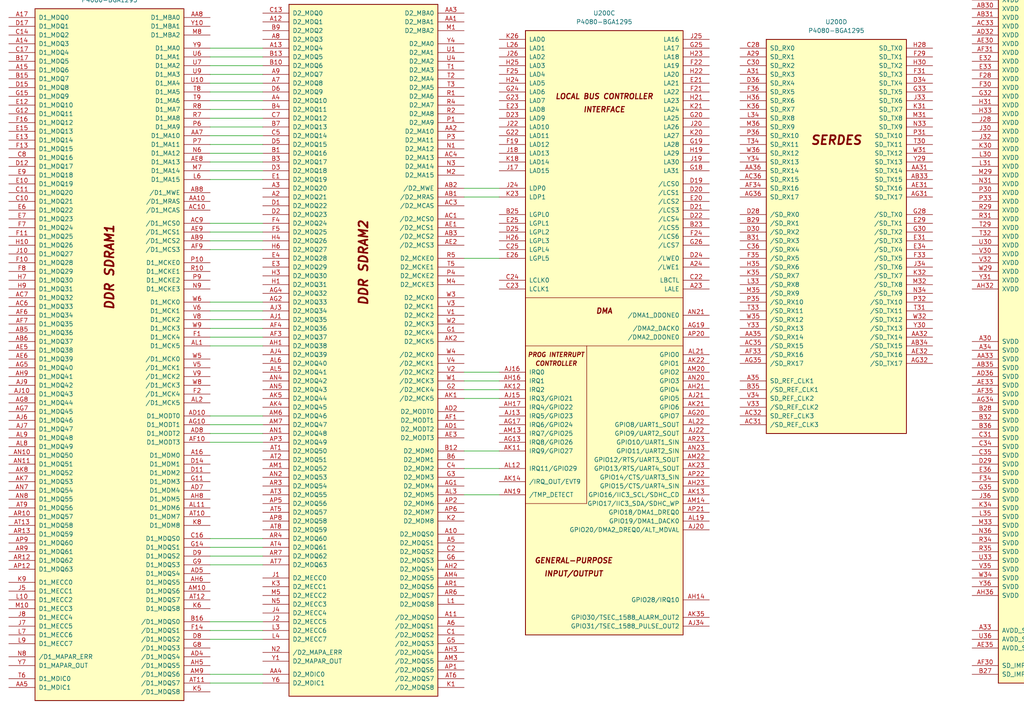
<source format=kicad_sch>
(kicad_sch (version 20250114) (generator "eeschema") (generator_version "9.0")
  (paper "A4")
  (lib_symbols
    (symbol "CPU:P4080-BGA1295" (pin_names (offset 1.016))
      (property "Reference" "U" (at 1.27 19.05 0))
      (property "Value" "P4080-BGA1295" (at 1.27 16.51 0))
      (symbol "P4080-BGA1295_1_1"
        (text "DDR SDRAM1" (at 1.27 26.67 900) (effects (font (size 2.54 2.54) (bold yes) (italic yes))))
        (pin bidirectional line (at -27.94 99.06 0) (length 7.62) (name "D1_MDQ0") (number "A17"))
        (pin bidirectional line (at -27.94 96.52 0) (length 7.62) (name "D1_MDQ1") (number "D17"))
        (pin bidirectional line (at -27.94 93.98 0) (length 7.62) (name "D1_MDQ2") (number "C14"))
        (pin bidirectional line (at -27.94 91.44 0) (length 7.62) (name "D1_MDQ3") (number "A14"))
        (pin bidirectional line (at -27.94 88.9 0) (length 7.62) (name "D1_MDQ4") (number "C17"))
        (pin bidirectional line (at -27.94 86.36 0) (length 7.62) (name "D1_MDQ5") (number "B17"))
        (pin bidirectional line (at -27.94 83.82 0) (length 7.62) (name "D1_MDQ6") (number "A15"))
        (pin bidirectional line (at -27.94 81.28 0) (length 7.62) (name "D1_MDQ7") (number "B15"))
        (pin bidirectional line (at -27.94 78.74 0) (length 7.62) (name "D1_MDQ8") (number "D15"))
        (pin bidirectional line (at -27.94 76.2 0) (length 7.62) (name "D1_MDQ9") (number "G15"))
        (pin bidirectional line (at -27.94 73.66 0) (length 7.62) (name "D1_MDQ10") (number "E12"))
        (pin bidirectional line (at -27.94 71.12 0) (length 7.62) (name "D1_MDQ11") (number "G12"))
        (pin bidirectional line (at -27.94 68.58 0) (length 7.62) (name "D1_MDQ12") (number "F16"))
        (pin bidirectional line (at -27.94 66.04 0) (length 7.62) (name "D1_MDQ13") (number "E15"))
        (pin bidirectional line (at -27.94 63.5 0) (length 7.62) (name "D1_MDQ14") (number "E13"))
        (pin bidirectional line (at -27.94 60.96 0) (length 7.62) (name "D1_MDQ15") (number "F13"))
        (pin bidirectional line (at -27.94 58.42 0) (length 7.62) (name "D1_MDQ16") (number "C8"))
        (pin bidirectional line (at -27.94 55.88 0) (length 7.62) (name "D1_MDQ17") (number "D12"))
        (pin bidirectional line (at -27.94 53.34 0) (length 7.62) (name "D1_MDQ18") (number "E9"))
        (pin bidirectional line (at -27.94 50.8 0) (length 7.62) (name "D1_MDQ19") (number "E10"))
        (pin bidirectional line (at -27.94 48.26 0) (length 7.62) (name "D1_MDQ20") (number "C11"))
        (pin bidirectional line (at -27.94 45.72 0) (length 7.62) (name "D1_MDQ21") (number "C10"))
        (pin bidirectional line (at -27.94 43.18 0) (length 7.62) (name "D1_MDQ22") (number "E6"))
        (pin bidirectional line (at -27.94 40.64 0) (length 7.62) (name "D1_MDQ23") (number "E7"))
        (pin bidirectional line (at -27.94 38.1 0) (length 7.62) (name "D1_MDQ24") (number "F7"))
        (pin bidirectional line (at -27.94 35.56 0) (length 7.62) (name "D1_MDQ25") (number "F11"))
        (pin bidirectional line (at -27.94 33.02 0) (length 7.62) (name "D1_MDQ26") (number "H10"))
        (pin bidirectional line (at -27.94 30.48 0) (length 7.62) (name "D1_MDQ27") (number "J10"))
        (pin bidirectional line (at -27.94 27.94 0) (length 7.62) (name "D1_MDQ28") (number "F10"))
        (pin bidirectional line (at -27.94 25.4 0) (length 7.62) (name "D1_MDQ29") (number "F8"))
        (pin bidirectional line (at -27.94 22.86 0) (length 7.62) (name "D1_MDQ30") (number "H7"))
        (pin bidirectional line (at -27.94 20.32 0) (length 7.62) (name "D1_MDQ31") (number "H9"))
        (pin bidirectional line (at -27.94 17.78 0) (length 7.62) (name "D1_MDQ32") (number "AC7"))
        (pin bidirectional line (at -27.94 15.24 0) (length 7.62) (name "D1_MDQ33") (number "AC6"))
        (pin bidirectional line (at -27.94 12.7 0) (length 7.62) (name "D1_MDQ34") (number "AF6"))
        (pin bidirectional line (at -27.94 10.16 0) (length 7.62) (name "D1_MDQ35") (number "AF7"))
        (pin bidirectional line (at -27.94 7.62 0) (length 7.62) (name "D1_MDQ36") (number "AB5"))
        (pin bidirectional line (at -27.94 5.08 0) (length 7.62) (name "D1_MDQ37") (number "AB6"))
        (pin bidirectional line (at -27.94 2.54 0) (length 7.62) (name "D1_MDQ38") (number "AE5"))
        (pin bidirectional line (at -27.94 0 0) (length 7.62) (name "D1_MDQ39") (number "AE6"))
        (pin bidirectional line (at -27.94 -2.54 0) (length 7.62) (name "D1_MDQ40") (number "AG5"))
        (pin bidirectional line (at -27.94 -5.08 0) (length 7.62) (name "D1_MDQ41") (number "AH9"))
        (pin bidirectional line (at -27.94 -7.62 0) (length 7.62) (name "D1_MDQ42") (number "AJ9"))
        (pin bidirectional line (at -27.94 -10.16 0) (length 7.62) (name "D1_MDQ43") (number "AJ10"))
        (pin bidirectional line (at -27.94 -12.7 0) (length 7.62) (name "D1_MDQ44") (number "AG8"))
        (pin bidirectional line (at -27.94 -15.24 0) (length 7.62) (name "D1_MDQ45") (number "AG7"))
        (pin bidirectional line (at -27.94 -17.78 0) (length 7.62) (name "D1_MDQ46") (number "AJ6"))
        (pin bidirectional line (at -27.94 -20.32 0) (length 7.62) (name "D1_MDQ47") (number "AJ7"))
        (pin bidirectional line (at -27.94 -22.86 0) (length 7.62) (name "D1_MDQ48") (number "AL9"))
        (pin bidirectional line (at -27.94 -25.4 0) (length 7.62) (name "D1_MDQ49") (number "AL8"))
        (pin bidirectional line (at -27.94 -27.94 0) (length 7.62) (name "D1_MDQ50") (number "AN10"))
        (pin bidirectional line (at -27.94 -30.48 0) (length 7.62) (name "D1_MDQ51") (number "AN11"))
        (pin bidirectional line (at -27.94 -33.02 0) (length 7.62) (name "D1_MDQ52") (number "AK8"))
        (pin bidirectional line (at -27.94 -35.56 0) (length 7.62) (name "D1_MDQ53") (number "AK7"))
        (pin bidirectional line (at -27.94 -38.1 0) (length 7.62) (name "D1_MDQ54") (number "AN7"))
        (pin bidirectional line (at -27.94 -40.64 0) (length 7.62) (name "D1_MDQ55") (number "AN8"))
        (pin bidirectional line (at -27.94 -43.18 0) (length 7.62) (name "D1_MDQ56") (number "AT9"))
        (pin bidirectional line (at -27.94 -45.72 0) (length 7.62) (name "D1_MDQ57") (number "AR10"))
        (pin bidirectional line (at -27.94 -48.26 0) (length 7.62) (name "D1_MDQ58") (number "AT13"))
        (pin bidirectional line (at -27.94 -50.8 0) (length 7.62) (name "D1_MDQ59") (number "AR13"))
        (pin bidirectional line (at -27.94 -53.34 0) (length 7.62) (name "D1_MDQ60") (number "AP9"))
        (pin bidirectional line (at -27.94 -55.88 0) (length 7.62) (name "D1_MDQ61") (number "AR9"))
        (pin bidirectional line (at -27.94 -58.42 0) (length 7.62) (name "D1_MDQ62") (number "AR12"))
        (pin bidirectional line (at -27.94 -60.96 0) (length 7.62) (name "D1_MDQ63") (number "AP12"))
        (pin bidirectional line (at -27.94 -64.77 0) (length 7.62) (name "D1_MECC0") (number "K9"))
        (pin bidirectional line (at -27.94 -67.31 0) (length 7.62) (name "D1_MECC1") (number "J5"))
        (pin bidirectional line (at -27.94 -69.85 0) (length 7.62) (name "D1_MECC2") (number "L10"))
        (pin bidirectional line (at -27.94 -72.39 0) (length 7.62) (name "D1_MECC3") (number "M10"))
        (pin bidirectional line (at -27.94 -74.93 0) (length 7.62) (name "D1_MECC4") (number "J8"))
        (pin bidirectional line (at -27.94 -77.47 0) (length 7.62) (name "D1_MECC5") (number "J7"))
        (pin bidirectional line (at -27.94 -80.01 0) (length 7.62) (name "D1_MECC6") (number "L7"))
        (pin bidirectional line (at -27.94 -82.55 0) (length 7.62) (name "D1_MECC7") (number "L9"))
        (pin input line (at -27.94 -86.36 0) (length 7.62) (name "/D1_MAPAR_ERR") (number "N8"))
        (pin output line (at -27.94 -88.9 0) (length 7.62) (name "D1_MAPAR_OUT") (number "Y7"))
        (pin bidirectional line (at -27.94 -92.71 0) (length 7.62) (name "D1_MDIC0") (number "T6"))
        (pin bidirectional line (at -27.94 -95.25 0) (length 7.62) (name "D1_MDIC1") (number "AA5"))
        (pin output line (at 30.48 99.06 180) (length 7.62) (name "D1_MBA0") (number "AA8"))
        (pin output line (at 30.48 96.52 180) (length 7.62) (name "D1_MBA1") (number "Y10"))
        (pin output line (at 30.48 93.98 180) (length 7.62) (name "D1_MBA2") (number "M8"))
        (pin output line (at 30.48 90.17 180) (length 7.62) (name "D1_MA0") (number "Y9"))
        (pin output line (at 30.48 87.63 180) (length 7.62) (name "D1_MA1") (number "U6"))
        (pin output line (at 30.48 85.09 180) (length 7.62) (name "D1_MA2") (number "U7"))
        (pin output line (at 30.48 82.55 180) (length 7.62) (name "D1_MA3") (number "U9"))
        (pin output line (at 30.48 80.01 180) (length 7.62) (name "D1_MA4") (number "U10"))
        (pin output line (at 30.48 77.47 180) (length 7.62) (name "D1_MA5") (number "T8"))
        (pin output line (at 30.48 74.93 180) (length 7.62) (name "D1_MA6") (number "T9"))
        (pin output line (at 30.48 72.39 180) (length 7.62) (name "D1_MA7") (number "R8"))
        (pin output line (at 30.48 69.85 180) (length 7.62) (name "D1_MA8") (number "R7"))
        (pin output line (at 30.48 67.31 180) (length 7.62) (name "D1_MA9") (number "P6"))
        (pin output line (at 30.48 64.77 180) (length 7.62) (name "D1_MA10") (number "AA7"))
        (pin output line (at 30.48 62.23 180) (length 7.62) (name "D1_MA11") (number "P7"))
        (pin output line (at 30.48 59.69 180) (length 7.62) (name "D1_MA12") (number "N6"))
        (pin output line (at 30.48 57.15 180) (length 7.62) (name "D1_MA13") (number "AE8"))
        (pin output line (at 30.48 54.61 180) (length 7.62) (name "D1_MA14") (number "M7"))
        (pin output line (at 30.48 52.07 180) (length 7.62) (name "D1_MA15") (number "L6"))
        (pin output line (at 30.48 48.26 180) (length 7.62) (name "/D1_MWE") (number "AB8"))
        (pin output line (at 30.48 45.72 180) (length 7.62) (name "/D1_MRAS") (number "AA10"))
        (pin output line (at 30.48 43.18 180) (length 7.62) (name "/D1_MCAS") (number "AC10"))
        (pin output line (at 30.48 39.37 180) (length 7.62) (name "/D1_MCS0") (number "AC9"))
        (pin output line (at 30.48 36.83 180) (length 7.62) (name "/D1_MCS1") (number "AE9"))
        (pin output line (at 30.48 34.29 180) (length 7.62) (name "/D1_MCS2") (number "AB9"))
        (pin output line (at 30.48 31.75 180) (length 7.62) (name "/D1_MCS3") (number "AF9"))
        (pin output line (at 30.48 27.94 180) (length 7.62) (name "D1_MCKE0") (number "P10"))
        (pin output line (at 30.48 25.4 180) (length 7.62) (name "D1_MCKE1") (number "R10"))
        (pin output line (at 30.48 22.86 180) (length 7.62) (name "D1_MCKE2") (number "P9"))
        (pin output line (at 30.48 20.32 180) (length 7.62) (name "D1_MCKE3") (number "N9"))
        (pin output line (at 30.48 16.51 180) (length 7.62) (name "D1_MCK0") (number "W6"))
        (pin output line (at 30.48 13.97 180) (length 7.62) (name "D1_MCK1") (number "V6"))
        (pin output line (at 30.48 11.43 180) (length 7.62) (name "D1_MCK2") (number "V8"))
        (pin output line (at 30.48 8.89 180) (length 7.62) (name "D1_MCK3") (number "W9"))
        (pin output line (at 30.48 6.35 180) (length 7.62) (name "D1_MCK4") (number "F1"))
        (pin output line (at 30.48 3.81 180) (length 7.62) (name "D1_MCK5") (number "AL1"))
        (pin output line (at 30.48 0 180) (length 7.62) (name "/D1_MCK0") (number "W5"))
        (pin output line (at 30.48 -2.54 180) (length 7.62) (name "/D1_MCK1") (number "V5"))
        (pin output line (at 30.48 -5.08 180) (length 7.62) (name "/D1_MCK2") (number "V9"))
        (pin output line (at 30.48 -7.62 180) (length 7.62) (name "/D1_MCK3") (number "W8"))
        (pin output line (at 30.48 -10.16 180) (length 7.62) (name "/D1_MCK4") (number "F2"))
        (pin output line (at 30.48 -12.7 180) (length 7.62) (name "/D1_MCK5") (number "AL2"))
        (pin output line (at 30.48 -16.51 180) (length 7.62) (name "D1_MODT0") (number "AD10"))
        (pin output line (at 30.48 -19.05 180) (length 7.62) (name "D1_MODT1") (number "AG10"))
        (pin output line (at 30.48 -21.59 180) (length 7.62) (name "D1_MODT2") (number "AD8"))
        (pin output line (at 30.48 -24.13 180) (length 7.62) (name "D1_MODT3") (number "AF10"))
        (pin output line (at 30.48 -27.94 180) (length 7.62) (name "D1_MDM0") (number "A16"))
        (pin output line (at 30.48 -30.48 180) (length 7.62) (name "D1_MDM1") (number "D14"))
        (pin output line (at 30.48 -33.02 180) (length 7.62) (name "D1_MDM2") (number "D11"))
        (pin output line (at 30.48 -35.56 180) (length 7.62) (name "D1_MDM3") (number "G11"))
        (pin output line (at 30.48 -38.1 180) (length 7.62) (name "D1_MDM4") (number "AD7"))
        (pin output line (at 30.48 -40.64 180) (length 7.62) (name "D1_MDM5") (number "AH8"))
        (pin output line (at 30.48 -43.18 180) (length 7.62) (name "D1_MDM6") (number "AL11"))
        (pin output line (at 30.48 -45.72 180) (length 7.62) (name "D1_MDM7") (number "AT10"))
        (pin output line (at 30.48 -48.26 180) (length 7.62) (name "D1_MDM8") (number "K8"))
        (pin bidirectional line (at 30.48 -52.07 180) (length 7.62) (name "D1_MDQS0") (number "C16"))
        (pin bidirectional line (at 30.48 -54.61 180) (length 7.62) (name "D1_MDQS1") (number "G14"))
        (pin bidirectional line (at 30.48 -57.15 180) (length 7.62) (name "D1_MDQS2") (number "D9"))
        (pin bidirectional line (at 30.48 -59.69 180) (length 7.62) (name "D1_MDQS3") (number "G9"))
        (pin bidirectional line (at 30.48 -62.23 180) (length 7.62) (name "D1_MDQS4") (number "AD5"))
        (pin bidirectional line (at 30.48 -64.77 180) (length 7.62) (name "D1_MDQS5") (number "AH6"))
        (pin bidirectional line (at 30.48 -67.31 180) (length 7.62) (name "D1_MDQS6") (number "AM10"))
        (pin bidirectional line (at 30.48 -69.85 180) (length 7.62) (name "D1_MDQS7") (number "AT12"))
        (pin bidirectional line (at 30.48 -72.39 180) (length 7.62) (name "D1_MDQS8") (number "K6"))
        (pin bidirectional line (at 30.48 -76.2 180) (length 7.62) (name "/D1_MDQS0") (number "B16"))
        (pin bidirectional line (at 30.48 -78.74 180) (length 7.62) (name "/D1_MDQS1") (number "F14"))
        (pin bidirectional line (at 30.48 -81.28 180) (length 7.62) (name "/D1_MDQS2") (number "D8"))
        (pin bidirectional line (at 30.48 -83.82 180) (length 7.62) (name "/D1_MDQS3") (number "G8"))
        (pin bidirectional line (at 30.48 -86.36 180) (length 7.62) (name "/D1_MDQS4") (number "AD4"))
        (pin bidirectional line (at 30.48 -88.9 180) (length 7.62) (name "/D1_MDQS5") (number "AH5"))
        (pin bidirectional line (at 30.48 -91.44 180) (length 7.62) (name "/D1_MDQS6") (number "AM9"))
        (pin bidirectional line (at 30.48 -93.98 180) (length 7.62) (name "/D1_MDQS7") (number "AT11"))
        (pin bidirectional line (at 30.48 -96.52 180) (length 7.62) (name "/D1_MDQS8") (number "K5"))
      )
      (symbol "P4080-BGA1295_2_1"
        (text "DDR SDRAM2" (at 1.27 26.67 900) (effects (font (size 2.54 2.54) (bold yes) (italic yes))))
        (pin bidirectional line (at -27.94 99.06 0) (length 7.62) (name "D2_MDQ0") (number "C13"))
        (pin bidirectional line (at -27.94 96.52 0) (length 7.62) (name "D2_MDQ1") (number "A12"))
        (pin bidirectional line (at -27.94 93.98 0) (length 7.62) (name "D2_MDQ2") (number "B9"))
        (pin bidirectional line (at -27.94 91.44 0) (length 7.62) (name "D2_MDQ3") (number "A8"))
        (pin bidirectional line (at -27.94 88.9 0) (length 7.62) (name "D2_MDQ4") (number "A13"))
        (pin bidirectional line (at -27.94 86.36 0) (length 7.62) (name "D2_MDQ5") (number "B13"))
        (pin bidirectional line (at -27.94 83.82 0) (length 7.62) (name "D2_MDQ6") (number "B10"))
        (pin bidirectional line (at -27.94 81.28 0) (length 7.62) (name "D2_MDQ7") (number "A9"))
        (pin bidirectional line (at -27.94 78.74 0) (length 7.62) (name "D2_MDQ8") (number "A7"))
        (pin bidirectional line (at -27.94 76.2 0) (length 7.62) (name "D2_MDQ9") (number "D6"))
        (pin bidirectional line (at -27.94 73.66 0) (length 7.62) (name "D2_MDQ10") (number "A4"))
        (pin bidirectional line (at -27.94 71.12 0) (length 7.62) (name "D2_MDQ11") (number "B4"))
        (pin bidirectional line (at -27.94 68.58 0) (length 7.62) (name "D2_MDQ12") (number "C7"))
        (pin bidirectional line (at -27.94 66.04 0) (length 7.62) (name "D2_MDQ13") (number "B7"))
        (pin bidirectional line (at -27.94 63.5 0) (length 7.62) (name "D2_MDQ14") (number "C5"))
        (pin bidirectional line (at -27.94 60.96 0) (length 7.62) (name "D2_MDQ15") (number "D5"))
        (pin bidirectional line (at -27.94 58.42 0) (length 7.62) (name "D2_MDQ16") (number "B1"))
        (pin bidirectional line (at -27.94 55.88 0) (length 7.62) (name "D2_MDQ17") (number "B3"))
        (pin bidirectional line (at -27.94 53.34 0) (length 7.62) (name "D2_MDQ18") (number "D3"))
        (pin bidirectional line (at -27.94 50.8 0) (length 7.62) (name "D2_MDQ19") (number "E1"))
        (pin bidirectional line (at -27.94 48.26 0) (length 7.62) (name "D2_MDQ20") (number "A3"))
        (pin bidirectional line (at -27.94 45.72 0) (length 7.62) (name "D2_MDQ21") (number "A2"))
        (pin bidirectional line (at -27.94 43.18 0) (length 7.62) (name "D2_MDQ22") (number "D1"))
        (pin bidirectional line (at -27.94 40.64 0) (length 7.62) (name "D2_MDQ23") (number "D2"))
        (pin bidirectional line (at -27.94 38.1 0) (length 7.62) (name "D2_MDQ24") (number "F4"))
        (pin bidirectional line (at -27.94 35.56 0) (length 7.62) (name "D2_MDQ25") (number "F5"))
        (pin bidirectional line (at -27.94 33.02 0) (length 7.62) (name "D2_MDQ26") (number "H4"))
        (pin bidirectional line (at -27.94 30.48 0) (length 7.62) (name "D2_MDQ27") (number "H6"))
        (pin bidirectional line (at -27.94 27.94 0) (length 7.62) (name "D2_MDQ28") (number "E4"))
        (pin bidirectional line (at -27.94 25.4 0) (length 7.62) (name "D2_MDQ29") (number "E3"))
        (pin bidirectional line (at -27.94 22.86 0) (length 7.62) (name "D2_MDQ30") (number "H3"))
        (pin bidirectional line (at -27.94 20.32 0) (length 7.62) (name "D2_MDQ31") (number "H1"))
        (pin bidirectional line (at -27.94 17.78 0) (length 7.62) (name "D2_MDQ32") (number "AG4"))
        (pin bidirectional line (at -27.94 15.24 0) (length 7.62) (name "D2_MDQ33") (number "AG2"))
        (pin bidirectional line (at -27.94 12.7 0) (length 7.62) (name "D2_MDQ34") (number "AJ3"))
        (pin bidirectional line (at -27.94 10.16 0) (length 7.62) (name "D2_MDQ35") (number "AJ1"))
        (pin bidirectional line (at -27.94 7.62 0) (length 7.62) (name "D2_MDQ36") (number "AF4"))
        (pin bidirectional line (at -27.94 5.08 0) (length 7.62) (name "D2_MDQ37") (number "AF3"))
        (pin bidirectional line (at -27.94 2.54 0) (length 7.62) (name "D2_MDQ38") (number "AH1"))
        (pin bidirectional line (at -27.94 0 0) (length 7.62) (name "D2_MDQ39") (number "AJ4"))
        (pin bidirectional line (at -27.94 -2.54 0) (length 7.62) (name "D2_MDQ40") (number "AL6"))
        (pin bidirectional line (at -27.94 -5.08 0) (length 7.62) (name "D2_MDQ41") (number "AL5"))
        (pin bidirectional line (at -27.94 -7.62 0) (length 7.62) (name "D2_MDQ42") (number "AN4"))
        (pin bidirectional line (at -27.94 -10.16 0) (length 7.62) (name "D2_MDQ43") (number "AN5"))
        (pin bidirectional line (at -27.94 -12.7 0) (length 7.62) (name "D2_MDQ44") (number "AK5"))
        (pin bidirectional line (at -27.94 -15.24 0) (length 7.62) (name "D2_MDQ45") (number "AK4"))
        (pin bidirectional line (at -27.94 -17.78 0) (length 7.62) (name "D2_MDQ46") (number "AM6"))
        (pin bidirectional line (at -27.94 -20.32 0) (length 7.62) (name "D2_MDQ47") (number "AM7"))
        (pin bidirectional line (at -27.94 -22.86 0) (length 7.62) (name "D2_MDQ48") (number "AN1"))
        (pin bidirectional line (at -27.94 -25.4 0) (length 7.62) (name "D2_MDQ49") (number "AP3"))
        (pin bidirectional line (at -27.94 -27.94 0) (length 7.62) (name "D2_MDQ50") (number "AT1"))
        (pin bidirectional line (at -27.94 -30.48 0) (length 7.62) (name "D2_MDQ51") (number "AT2"))
        (pin bidirectional line (at -27.94 -33.02 0) (length 7.62) (name "D2_MDQ52") (number "AM1"))
        (pin bidirectional line (at -27.94 -35.56 0) (length 7.62) (name "D2_MDQ53") (number "AN2"))
        (pin bidirectional line (at -27.94 -38.1 0) (length 7.62) (name "D2_MDQ54") (number "AR3"))
        (pin bidirectional line (at -27.94 -40.64 0) (length 7.62) (name "D2_MDQ55") (number "AT3"))
        (pin bidirectional line (at -27.94 -43.18 0) (length 7.62) (name "D2_MDQ56") (number "AP5"))
        (pin bidirectional line (at -27.94 -45.72 0) (length 7.62) (name "D2_MDQ57") (number "AT5"))
        (pin bidirectional line (at -27.94 -48.26 0) (length 7.62) (name "D2_MDQ58") (number "AP8"))
        (pin bidirectional line (at -27.94 -50.8 0) (length 7.62) (name "D2_MDQ59") (number "AT8"))
        (pin bidirectional line (at -27.94 -53.34 0) (length 7.62) (name "D2_MDQ60") (number "AR4"))
        (pin bidirectional line (at -27.94 -55.88 0) (length 7.62) (name "D2_MDQ61") (number "AT4"))
        (pin bidirectional line (at -27.94 -58.42 0) (length 7.62) (name "D2_MDQ62") (number "AR7"))
        (pin bidirectional line (at -27.94 -60.96 0) (length 7.62) (name "D2_MDQ63") (number "AT7"))
        (pin bidirectional line (at -27.94 -64.77 0) (length 7.62) (name "D2_MECC0") (number "J1"))
        (pin bidirectional line (at -27.94 -67.31 0) (length 7.62) (name "D2_MECC1") (number "K3"))
        (pin bidirectional line (at -27.94 -69.85 0) (length 7.62) (name "D2_MECC2") (number "M5"))
        (pin bidirectional line (at -27.94 -72.39 0) (length 7.62) (name "D2_MECC3") (number "N5"))
        (pin bidirectional line (at -27.94 -74.93 0) (length 7.62) (name "D2_MECC4") (number "J4"))
        (pin bidirectional line (at -27.94 -77.47 0) (length 7.62) (name "D2_MECC5") (number "J2"))
        (pin bidirectional line (at -27.94 -80.01 0) (length 7.62) (name "D2_MECC6") (number "L3"))
        (pin bidirectional line (at -27.94 -82.55 0) (length 7.62) (name "D2_MECC7") (number "L4"))
        (pin input line (at -27.94 -86.36 0) (length 7.62) (name "/D2_MAPA_ERR") (number "N2"))
        (pin output line (at -27.94 -88.9 0) (length 7.62) (name "D2_MAPAR_OUT") (number "Y1"))
        (pin bidirectional line (at -27.94 -92.71 0) (length 7.62) (name "D2_MDIC0") (number "AA4"))
        (pin bidirectional line (at -27.94 -95.25 0) (length 7.62) (name "D2_MDIC1") (number "Y6"))
        (pin output line (at 30.48 99.06 180) (length 7.62) (name "D2_MBA0") (number "AA3"))
        (pin output line (at 30.48 96.52 180) (length 7.62) (name "D2_MBA1") (number "AA1"))
        (pin output line (at 30.48 93.98 180) (length 7.62) (name "D2_MBA2") (number "M1"))
        (pin output line (at 30.48 90.17 180) (length 7.62) (name "D2_MA0") (number "Y4"))
        (pin output line (at 30.48 87.63 180) (length 7.62) (name "D2_MA1") (number "U1"))
        (pin output line (at 30.48 85.09 180) (length 7.62) (name "D2_MA2") (number "U4"))
        (pin output line (at 30.48 82.55 180) (length 7.62) (name "D2_MA3") (number "T1"))
        (pin output line (at 30.48 80.01 180) (length 7.62) (name "D2_MA4") (number "T2"))
        (pin output line (at 30.48 77.47 180) (length 7.62) (name "D2_MA5") (number "T3"))
        (pin output line (at 30.48 74.93 180) (length 7.62) (name "D2_MA6") (number "R1"))
        (pin output line (at 30.48 72.39 180) (length 7.62) (name "D2_MA7") (number "R4"))
        (pin output line (at 30.48 69.85 180) (length 7.62) (name "D2_MA8") (number "R2"))
        (pin output line (at 30.48 67.31 180) (length 7.62) (name "D2_MA9") (number "P1"))
        (pin output line (at 30.48 64.77 180) (length 7.62) (name "D2_MA10") (number "AA2"))
        (pin output line (at 30.48 62.23 180) (length 7.62) (name "D2_MA11") (number "P3"))
        (pin output line (at 30.48 59.69 180) (length 7.62) (name "D2_MA12") (number "N1"))
        (pin output line (at 30.48 57.15 180) (length 7.62) (name "D2_MA13") (number "AC4"))
        (pin output line (at 30.48 54.61 180) (length 7.62) (name "D2_MA14") (number "N3"))
        (pin output line (at 30.48 52.07 180) (length 7.62) (name "D2_MA15") (number "M2"))
        (pin output line (at 30.48 48.26 180) (length 7.62) (name "/D2_MWE") (number "AB2"))
        (pin output line (at 30.48 45.72 180) (length 7.62) (name "/D2_MRAS") (number "AB1"))
        (pin output line (at 30.48 43.18 180) (length 7.62) (name "/D2_MCAS") (number "AC3"))
        (pin output line (at 30.48 39.37 180) (length 7.62) (name "/D2_MCS0") (number "AC1"))
        (pin output line (at 30.48 36.83 180) (length 7.62) (name "/D2_MCS1") (number "AE1"))
        (pin output line (at 30.48 34.29 180) (length 7.62) (name "/D2_MCS2") (number "AB3"))
        (pin output line (at 30.48 31.75 180) (length 7.62) (name "/D2_MCS3") (number "AE2"))
        (pin output line (at 30.48 27.94 180) (length 7.62) (name "D2_MCKE0") (number "R5"))
        (pin output line (at 30.48 25.4 180) (length 7.62) (name "D2_MCKE1") (number "T5"))
        (pin output line (at 30.48 22.86 180) (length 7.62) (name "D2_MCKE2") (number "P4"))
        (pin output line (at 30.48 20.32 180) (length 7.62) (name "D2_MCKE3") (number "M4"))
        (pin output line (at 30.48 16.51 180) (length 7.62) (name "D2_MCK0") (number "W3"))
        (pin output line (at 30.48 13.97 180) (length 7.62) (name "D2_MCK1") (number "V3"))
        (pin output line (at 30.48 11.43 180) (length 7.62) (name "D2_MCK2") (number "V1"))
        (pin output line (at 30.48 8.89 180) (length 7.62) (name "D2_MCK3") (number "W2"))
        (pin output line (at 30.48 6.35 180) (length 7.62) (name "D2_MCK4") (number "G1"))
        (pin output line (at 30.48 3.81 180) (length 7.62) (name "D2_MCK5") (number "AK2"))
        (pin output line (at 30.48 0 180) (length 7.62) (name "/D2_MCK0") (number "W4"))
        (pin output line (at 30.48 -2.54 180) (length 7.62) (name "/D2_MCK1") (number "V4"))
        (pin output line (at 30.48 -5.08 180) (length 7.62) (name "/D2_MCK2") (number "V2"))
        (pin output line (at 30.48 -7.62 180) (length 7.62) (name "/D2_MCK3") (number "W1"))
        (pin output line (at 30.48 -10.16 180) (length 7.62) (name "/D2_MCK4") (number "G2"))
        (pin output line (at 30.48 -12.7 180) (length 7.62) (name "/D2_MCK5") (number "AK1"))
        (pin output line (at 30.48 -16.51 180) (length 7.62) (name "D2_MODT0") (number "AD2"))
        (pin output line (at 30.48 -19.05 180) (length 7.62) (name "D2_MODT1") (number "AF1"))
        (pin output line (at 30.48 -21.59 180) (length 7.62) (name "D2_MODT2") (number "AD1"))
        (pin output line (at 30.48 -24.13 180) (length 7.62) (name "D2_MODT3") (number "AE3"))
        (pin output line (at 30.48 -27.94 180) (length 7.62) (name "D2_MDM0") (number "B12"))
        (pin output line (at 30.48 -30.48 180) (length 7.62) (name "D2_MDM1") (number "B6"))
        (pin output line (at 30.48 -33.02 180) (length 7.62) (name "D2_MDM2") (number "C4"))
        (pin output line (at 30.48 -35.56 180) (length 7.62) (name "D2_MDM3") (number "G3"))
        (pin output line (at 30.48 -38.1 180) (length 7.62) (name "D2_MDM4") (number "AG1"))
        (pin output line (at 30.48 -40.64 180) (length 7.62) (name "D2_MDM5") (number "AL3"))
        (pin output line (at 30.48 -43.18 180) (length 7.62) (name "D2_MDM6") (number "AP2"))
        (pin output line (at 30.48 -45.72 180) (length 7.62) (name "D2_MDM7") (number "AP6"))
        (pin output line (at 30.48 -48.26 180) (length 7.62) (name "D2_MDM8") (number "K2"))
        (pin bidirectional line (at 30.48 -52.07 180) (length 7.62) (name "D2_MDQS0") (number "A10"))
        (pin bidirectional line (at 30.48 -54.61 180) (length 7.62) (name "D2_MDQS1") (number "A5"))
        (pin bidirectional line (at 30.48 -57.15 180) (length 7.62) (name "D2_MDQS2") (number "C2"))
        (pin bidirectional line (at 30.48 -59.69 180) (length 7.62) (name "D2_MDQS3") (number "G6"))
        (pin bidirectional line (at 30.48 -62.23 180) (length 7.62) (name "D2_MDQS4") (number "AH2"))
        (pin bidirectional line (at 30.48 -64.77 180) (length 7.62) (name "D2_MDQS5") (number "AM4"))
        (pin bidirectional line (at 30.48 -67.31 180) (length 7.62) (name "D2_MDQS6") (number "AR1"))
        (pin bidirectional line (at 30.48 -69.85 180) (length 7.62) (name "D2_MDQS7") (number "AR6"))
        (pin bidirectional line (at 30.48 -72.39 180) (length 7.62) (name "D2_MDQS8") (number "L1"))
        (pin bidirectional line (at 30.48 -76.2 180) (length 7.62) (name "/D2_MDQS0") (number "A11"))
        (pin bidirectional line (at 30.48 -78.74 180) (length 7.62) (name "/D2_MDQS1") (number "A6"))
        (pin bidirectional line (at 30.48 -81.28 180) (length 7.62) (name "/D2_MDQS2") (number "C1"))
        (pin bidirectional line (at 30.48 -83.82 180) (length 7.62) (name "/D2_MDQS3") (number "G5"))
        (pin bidirectional line (at 30.48 -86.36 180) (length 7.62) (name "/D2_MDQS4") (number "AH3"))
        (pin bidirectional line (at 30.48 -88.9 180) (length 7.62) (name "/D2_MDQS5") (number "AM3"))
        (pin bidirectional line (at 30.48 -91.44 180) (length 7.62) (name "/D2_MDQS6") (number "AP1"))
        (pin bidirectional line (at 30.48 -93.98 180) (length 7.62) (name "/D2_MDQS7") (number "AT6"))
        (pin bidirectional line (at 30.48 -96.52 180) (length 7.62) (name "/D2_MDQS8") (number "K1"))
      )
      (symbol "P4080-BGA1295_3_1"
        (text "PROG INTERRUPT" (at -13.97 -5.08 0) (effects (font (size 1.27 1.27) (bold yes) (italic yes))))
        (text "CONTROLLER" (at -13.97 -7.62 0) (effects (font (size 1.27 1.27) (bold yes) (italic yes))))
        (text "GENERAL-PURPOSE" (at -8.89 -64.77 0) (effects (font (size 1.524 1.524) (bold yes) (italic yes))))
        (text "INPUT/OUTPUT" (at -8.89 -68.58 0) (effects (font (size 1.524 1.524) (bold yes) (italic yes))))
        (text "LOCAL BUS CONTROLLER" (at 0 69.85 0) (effects (font (size 1.524 1.524) (bold yes) (italic yes))))
        (text "INTERFACE" (at 0 66.04 0) (effects (font (size 1.524 1.524) (bold yes) (italic yes))))
        (text "DMA" (at 0 7.62 0) (effects (font (size 1.524 1.524) (bold yes) (italic yes))))
        (pin bidirectional line (at -30.48 86.36 0) (length 7.62) (name "LAD0") (number "K26"))
        (pin bidirectional line (at -30.48 83.82 0) (length 7.62) (name "LAD1") (number "L26"))
        (pin bidirectional line (at -30.48 81.28 0) (length 7.62) (name "LAD2") (number "J26"))
        (pin bidirectional line (at -30.48 78.74 0) (length 7.62) (name "LAD3") (number "H25"))
        (pin bidirectional line (at -30.48 76.2 0) (length 7.62) (name "LAD4") (number "F25"))
        (pin bidirectional line (at -30.48 73.66 0) (length 7.62) (name "LAD5") (number "H24"))
        (pin bidirectional line (at -30.48 71.12 0) (length 7.62) (name "LAD6") (number "G24"))
        (pin bidirectional line (at -30.48 68.58 0) (length 7.62) (name "LAD7") (number "G23"))
        (pin bidirectional line (at -30.48 66.04 0) (length 7.62) (name "LAD8") (number "E23"))
        (pin bidirectional line (at -30.48 63.5 0) (length 7.62) (name "LAD9") (number "D23"))
        (pin bidirectional line (at -30.48 60.96 0) (length 7.62) (name "LAD10") (number "J22"))
        (pin bidirectional line (at -30.48 58.42 0) (length 7.62) (name "LAD11") (number "G22"))
        (pin bidirectional line (at -30.48 55.88 0) (length 7.62) (name "LAD12") (number "F19"))
        (pin bidirectional line (at -30.48 53.34 0) (length 7.62) (name "LAD13") (number "J18"))
        (pin bidirectional line (at -30.48 50.8 0) (length 7.62) (name "LAD14") (number "K18"))
        (pin bidirectional line (at -30.48 48.26 0) (length 7.62) (name "LAD15") (number "J17"))
        (pin bidirectional line (at -30.48 43.18 0) (length 7.62) (name "LDP0") (number "J24"))
        (pin bidirectional line (at -30.48 40.64 0) (length 7.62) (name "LDP1") (number "K23"))
        (pin output line (at -30.48 35.56 0) (length 7.62) (name "LGPL0") (number "B25"))
        (pin output line (at -30.48 33.02 0) (length 7.62) (name "LGPL1") (number "E25"))
        (pin output line (at -30.48 30.48 0) (length 7.62) (name "LGPL2") (number "D25"))
        (pin output line (at -30.48 27.94 0) (length 7.62) (name "LGPL3") (number "H26"))
        (pin bidirectional line (at -30.48 25.4 0) (length 7.62) (name "LGPL4") (number "C25"))
        (pin output line (at -30.48 22.86 0) (length 7.62) (name "LGPL5") (number "E26"))
        (pin output line (at -30.48 16.51 0) (length 7.62) (name "LCLK0") (number "C24"))
        (pin output line (at -30.48 13.97 0) (length 7.62) (name "LCLK1") (number "C23"))
        (pin input line (at -30.48 -10.16 0) (length 7.62) (name "IRQ0") (number "AJ16"))
        (pin input line (at -30.48 -12.7 0) (length 7.62) (name "IRQ1") (number "AH16"))
        (pin input line (at -30.48 -15.24 0) (length 7.62) (name "IRQ2") (number "AK12"))
        (pin input line (at -30.48 -17.78 0) (length 7.62) (name "IRQ3/GPIO21") (number "AJ15"))
        (pin input line (at -30.48 -20.32 0) (length 7.62) (name "IRQ4/GPIO22") (number "AH17"))
        (pin input line (at -30.48 -22.86 0) (length 7.62) (name "IRQ5/GPIO23") (number "AJ13"))
        (pin input line (at -30.48 -25.4 0) (length 7.62) (name "IRQ6/GPIO24") (number "AG17"))
        (pin input line (at -30.48 -27.94 0) (length 7.62) (name "IRQ7/GPIO25") (number "AM13"))
        (pin input line (at -30.48 -30.48 0) (length 7.62) (name "IRQ8/GPIO26") (number "AG13"))
        (pin input line (at -30.48 -33.02 0) (length 7.62) (name "IRQ9/GPIO27") (number "AK11"))
        (pin input line (at -30.48 -38.1 0) (length 7.62) (name "IRQ11/GPIO29") (number "AL12"))
        (pin output line (at -30.48 -41.91 0) (length 7.62) (name "/IRQ_OUT/EVT9") (number "AK14"))
        (pin input line (at -30.48 -45.72 0) (length 7.62) (name "/TMP_DETECT") (number "AN19"))
        (pin output line (at 30.48 86.36 180) (length 7.62) (name "LA16") (number "J25"))
        (pin output line (at 30.48 83.82 180) (length 7.62) (name "LA17") (number "G25"))
        (pin output line (at 30.48 81.28 180) (length 7.62) (name "LA18") (number "H23"))
        (pin output line (at 30.48 78.74 180) (length 7.62) (name "LA19") (number "F22"))
        (pin output line (at 30.48 76.2 180) (length 7.62) (name "LA20") (number "H22"))
        (pin output line (at 30.48 73.66 180) (length 7.62) (name "LA21") (number "E21"))
        (pin output line (at 30.48 71.12 180) (length 7.62) (name "LA22") (number "F21"))
        (pin output line (at 30.48 68.58 180) (length 7.62) (name "LA23") (number "H21"))
        (pin output line (at 30.48 66.04 180) (length 7.62) (name "LA24") (number "K21"))
        (pin output line (at 30.48 63.5 180) (length 7.62) (name "LA25") (number "G20"))
        (pin output line (at 30.48 60.96 180) (length 7.62) (name "LA26") (number "J20"))
        (pin output line (at 30.48 58.42 180) (length 7.62) (name "LA27") (number "K20"))
        (pin output line (at 30.48 55.88 180) (length 7.62) (name "LA28") (number "G19"))
        (pin output line (at 30.48 53.34 180) (length 7.62) (name "LA29") (number "H19"))
        (pin output line (at 30.48 50.8 180) (length 7.62) (name "LA30") (number "J19"))
        (pin output line (at 30.48 48.26 180) (length 7.62) (name "LA31") (number "G18"))
        (pin output line (at 30.48 44.45 180) (length 7.62) (name "/LCS0") (number "D19"))
        (pin output line (at 30.48 41.91 180) (length 7.62) (name "/LCS1") (number "D20"))
        (pin output line (at 30.48 39.37 180) (length 7.62) (name "/LCS2") (number "E20"))
        (pin output line (at 30.48 36.83 180) (length 7.62) (name "/LCS3") (number "D21"))
        (pin output line (at 30.48 34.29 180) (length 7.62) (name "/LCS4") (number "D22"))
        (pin output line (at 30.48 31.75 180) (length 7.62) (name "/LCS5") (number "B23"))
        (pin output line (at 30.48 29.21 180) (length 7.62) (name "/LCS6") (number "F24"))
        (pin output line (at 30.48 26.67 180) (length 7.62) (name "/LCS7") (number "G26"))
        (pin output line (at 30.48 22.86 180) (length 7.62) (name "/LWE0") (number "D24"))
        (pin output line (at 30.48 20.32 180) (length 7.62) (name "/LWE1") (number "A24"))
        (pin output line (at 30.48 16.51 180) (length 7.62) (name "LBCTL") (number "C22"))
        (pin bidirectional line (at 30.48 13.97 180) (length 7.62) (name "LALE") (number "A23"))
        (pin output line (at 30.48 6.35 180) (length 7.62) (name "/DMA1_DDONE0") (number "AN21"))
        (pin output line (at 30.48 2.54 180) (length 7.62) (name "/DMA2_DACK0") (number "AG19"))
        (pin output line (at 30.48 0 180) (length 7.62) (name "/DMA2_DDONE0") (number "AP20"))
        (pin bidirectional line (at 30.48 -5.08 180) (length 7.62) (name "GPIO0") (number "AL21"))
        (pin bidirectional line (at 30.48 -7.62 180) (length 7.62) (name "GPIO1") (number "AK22"))
        (pin bidirectional line (at 30.48 -10.16 180) (length 7.62) (name "GPIO2") (number "AM20"))
        (pin bidirectional line (at 30.48 -12.7 180) (length 7.62) (name "GPIO3") (number "AN20"))
        (pin bidirectional line (at 30.48 -15.24 180) (length 7.62) (name "GPIO4") (number "AH21"))
        (pin bidirectional line (at 30.48 -17.78 180) (length 7.62) (name "GPIO5") (number "AJ21"))
        (pin bidirectional line (at 30.48 -20.32 180) (length 7.62) (name "GPIO6") (number "AK21"))
        (pin bidirectional line (at 30.48 -22.86 180) (length 7.62) (name "GPIO7") (number "AG20"))
        (pin bidirectional line (at 30.48 -25.4 180) (length 7.62) (name "GPIO8/UART1_SOUT") (number "AL22"))
        (pin bidirectional line (at 30.48 -27.94 180) (length 7.62) (name "GPIO9/UART2_SOUT") (number "AJ22"))
        (pin bidirectional line (at 30.48 -30.48 180) (length 7.62) (name "GPIO10/UART1_SIN") (number "AR23"))
        (pin bidirectional line (at 30.48 -33.02 180) (length 7.62) (name "GPIO11/UART2_SIN") (number "AN23"))
        (pin bidirectional line (at 30.48 -35.56 180) (length 7.62) (name "GPIO12/RTS/UART3_SOUT") (number "AM22"))
        (pin bidirectional line (at 30.48 -38.1 180) (length 7.62) (name "GPIO13/RTS/UART4_SOUT") (number "AK23"))
        (pin bidirectional line (at 30.48 -40.64 180) (length 7.62) (name "GPIO14/CTS/UART3_SIN") (number "AP22"))
        (pin bidirectional line (at 30.48 -43.18 180) (length 7.62) (name "GPIO15/CTS/UART4_SIN") (number "AH23"))
        (pin bidirectional line (at 30.48 -45.72 180) (length 7.62) (name "GPIO16/IIC3_SCL/SDHC_CD") (number "AK13"))
        (pin bidirectional line (at 30.48 -48.26 180) (length 7.62) (name "GPIO17/IIC3_SDA/SDHC_WP") (number "AM14"))
        (pin bidirectional line (at 30.48 -50.8 180) (length 7.62) (name "GPIO18/DMA1_DREQ0") (number "AP21"))
        (pin bidirectional line (at 30.48 -53.34 180) (length 7.62) (name "GPIO19/DMA1_DACK0") (number "AL19"))
        (pin bidirectional line (at 30.48 -55.88 180) (length 7.62) (name "GPIO20/DMA2_DREQ0/ALT_MDVAL") (number "AJ20"))
        (pin bidirectional line (at 30.48 -76.2 180) (length 7.62) (name "GPIO28/IRQ10") (number "AH14"))
        (pin bidirectional line (at 30.48 -81.28 180) (length 7.62) (name "GPIO30/TSEC_1588_ALARM_OUT2") (number "AK35"))
        (pin bidirectional line (at 30.48 -83.82 180) (length 7.62) (name "GPIO31/TSEC_1588_PULSE_OUT2") (number "AJ34"))
      )
      (symbol "P4080-BGA1295_4_1"
        (text "SERDES" (at 0 29.21 0) (effects (font (size 2.54 2.54) (bold yes) (italic yes))))
        (pin input line (at -27.94 55.88 0) (length 7.62) (name "SD_RX0") (number "C28"))
        (pin input line (at -27.94 53.34 0) (length 7.62) (name "SD_RX1") (number "A29"))
        (pin input line (at -27.94 50.8 0) (length 7.62) (name "SD_RX2") (number "C30"))
        (pin input line (at -27.94 48.26 0) (length 7.62) (name "SD_RX3") (number "A31"))
        (pin input line (at -27.94 45.72 0) (length 7.62) (name "SD_RX4") (number "D36"))
        (pin input line (at -27.94 43.18 0) (length 7.62) (name "SD_RX5") (number "F36"))
        (pin input line (at -27.94 40.64 0) (length 7.62) (name "SD_RX6") (number "H36"))
        (pin input line (at -27.94 38.1 0) (length 7.62) (name "SD_RX7") (number "K36"))
        (pin input line (at -27.94 35.56 0) (length 7.62) (name "SD_RX8") (number "L34"))
        (pin input line (at -27.94 33.02 0) (length 7.62) (name "SD_RX9") (number "M36"))
        (pin input line (at -27.94 30.48 0) (length 7.62) (name "SD_RX10") (number "P36"))
        (pin input line (at -27.94 27.94 0) (length 7.62) (name "SD_RX11") (number "T34"))
        (pin input line (at -27.94 25.4 0) (length 7.62) (name "SD_RX12") (number "W36"))
        (pin input line (at -27.94 22.86 0) (length 7.62) (name "SD_RX13") (number "Y34"))
        (pin input line (at -27.94 20.32 0) (length 7.62) (name "SD_RX14") (number "AA36"))
        (pin input line (at -27.94 17.78 0) (length 7.62) (name "SD_RX15") (number "AC36"))
        (pin input line (at -27.94 15.24 0) (length 7.62) (name "SD_RX16") (number "AF34"))
        (pin input line (at -27.94 12.7 0) (length 7.62) (name "SD_RX17") (number "AG36"))
        (pin input line (at -27.94 7.62 0) (length 7.62) (name "/SD_RX0") (number "D28"))
        (pin input line (at -27.94 5.08 0) (length 7.62) (name "/SD_RX1") (number "B29"))
        (pin input line (at -27.94 2.54 0) (length 7.62) (name "/SD_RX2") (number "D30"))
        (pin input line (at -27.94 0 0) (length 7.62) (name "/SD_RX3") (number "B31"))
        (pin input line (at -27.94 -2.54 0) (length 7.62) (name "/SD_RX4") (number "C36"))
        (pin input line (at -27.94 -5.08 0) (length 7.62) (name "/SD_RX5") (number "F35"))
        (pin input line (at -27.94 -7.62 0) (length 7.62) (name "/SD_RX6") (number "H35"))
        (pin input line (at -27.94 -10.16 0) (length 7.62) (name "/SD_RX7") (number "K35"))
        (pin input line (at -27.94 -12.7 0) (length 7.62) (name "/SD_RX8") (number "L33"))
        (pin input line (at -27.94 -15.24 0) (length 7.62) (name "/SD_RX9") (number "M35"))
        (pin input line (at -27.94 -17.78 0) (length 7.62) (name "/SD_RX10") (number "P35"))
        (pin input line (at -27.94 -20.32 0) (length 7.62) (name "/SD_RX11") (number "T33"))
        (pin input line (at -27.94 -22.86 0) (length 7.62) (name "/SD_RX12") (number "W35"))
        (pin input line (at -27.94 -25.4 0) (length 7.62) (name "/SD_RX13") (number "Y33"))
        (pin input line (at -27.94 -27.94 0) (length 7.62) (name "/SD_RX14") (number "AA35"))
        (pin input line (at -27.94 -30.48 0) (length 7.62) (name "/SD_RX15") (number "AC35"))
        (pin input line (at -27.94 -33.02 0) (length 7.62) (name "/SD_RX16") (number "AF33"))
        (pin input line (at -27.94 -35.56 0) (length 7.62) (name "/SD_RX17") (number "AG35"))
        (pin input line (at -27.94 -40.64 0) (length 7.62) (name "SD_REF_CLK1") (number "A35"))
        (pin input line (at -27.94 -43.18 0) (length 7.62) (name "/SD_REF_CLK1") (number "B35"))
        (pin input line (at -27.94 -45.72 0) (length 7.62) (name "SD_REF_CLK2") (number "V34"))
        (pin input line (at -27.94 -48.26 0) (length 7.62) (name "/SD_REF_CLK2") (number "V33"))
        (pin input line (at -27.94 -50.8 0) (length 7.62) (name "SD_REF_CLK3") (number "AC32"))
        (pin input line (at -27.94 -53.34 0) (length 7.62) (name "/SD_REF_CLK3") (number "AC31"))
        (pin output line (at 27.94 55.88 180) (length 7.62) (name "SD_TX0") (number "H28"))
        (pin output line (at 27.94 53.34 180) (length 7.62) (name "SD_TX1") (number "F29"))
        (pin output line (at 27.94 50.8 180) (length 7.62) (name "SD_TX2") (number "H30"))
        (pin output line (at 27.94 48.26 180) (length 7.62) (name "SD_TX3") (number "F31"))
        (pin output line (at 27.94 45.72 180) (length 7.62) (name "SD_TX4") (number "D34"))
        (pin output line (at 27.94 43.18 180) (length 7.62) (name "SD_TX5") (number "G33"))
        (pin output line (at 27.94 40.64 180) (length 7.62) (name "SD_TX6") (number "J33"))
        (pin output line (at 27.94 38.1 180) (length 7.62) (name "SD_TX7") (number "K31"))
        (pin output line (at 27.94 35.56 180) (length 7.62) (name "SD_TX8") (number "M31"))
        (pin output line (at 27.94 33.02 180) (length 7.62) (name "SD_TX9") (number "N33"))
        (pin output line (at 27.94 30.48 180) (length 7.62) (name "SD_TX10") (number "P31"))
        (pin output line (at 27.94 27.94 180) (length 7.62) (name "SD_TX11") (number "T30"))
        (pin output line (at 27.94 25.4 180) (length 7.62) (name "SD_TX12") (number "W31"))
        (pin output line (at 27.94 22.86 180) (length 7.62) (name "SD_TX13") (number "Y29"))
        (pin output line (at 27.94 20.32 180) (length 7.62) (name "SD_TX14") (number "AA31"))
        (pin output line (at 27.94 17.78 180) (length 7.62) (name "SD_TX15") (number "AB33"))
        (pin output line (at 27.94 15.24 180) (length 7.62) (name "SD_TX16") (number "AE31"))
        (pin output line (at 27.94 12.7 180) (length 7.62) (name "SD_TX17") (number "AG31"))
        (pin output line (at 27.94 7.62 180) (length 7.62) (name "/SD_TX0") (number "G28"))
        (pin output line (at 27.94 5.08 180) (length 7.62) (name "/SD_TX1") (number "E29"))
        (pin output line (at 27.94 2.54 180) (length 7.62) (name "/SD_TX2") (number "G30"))
        (pin output line (at 27.94 0 180) (length 7.62) (name "/SD_TX3") (number "E31"))
        (pin output line (at 27.94 -2.54 180) (length 7.62) (name "/SD_TX4") (number "E34"))
        (pin output line (at 27.94 -5.08 180) (length 7.62) (name "/SD_TX5") (number "F33"))
        (pin output line (at 27.94 -7.62 180) (length 7.62) (name "/SD_TX6") (number "J34"))
        (pin output line (at 27.94 -10.16 180) (length 7.62) (name "/SD_TX7") (number "K32"))
        (pin output line (at 27.94 -12.7 180) (length 7.62) (name "/SD_TX8") (number "M32"))
        (pin output line (at 27.94 -15.24 180) (length 7.62) (name "/SD_TX9") (number "N34"))
        (pin output line (at 27.94 -17.78 180) (length 7.62) (name "/SD_TX10") (number "P32"))
        (pin output line (at 27.94 -20.32 180) (length 7.62) (name "/SD_TX11") (number "T31"))
        (pin output line (at 27.94 -22.86 180) (length 7.62) (name "/SD_TX12") (number "W32"))
        (pin output line (at 27.94 -25.4 180) (length 7.62) (name "/SD_TX13") (number "Y30"))
        (pin output line (at 27.94 -27.94 180) (length 7.62) (name "/SD_TX14") (number "AA32"))
        (pin output line (at 27.94 -30.48 180) (length 7.62) (name "/SD_TX15") (number "AB34"))
        (pin output line (at 27.94 -33.02 180) (length 7.62) (name "/SD_TX16") (number "AE32"))
        (pin output line (at 27.94 -35.56 180) (length 7.62) (name "/SD_TX17") (number "AG32"))
      )
      (symbol "P4080-BGA1295_5_1"
        (text "POWER PINS SERDES" (at 0 39.37 900) (effects (font (size 2.54 2.54) (bold yes) (italic yes))))
        (pin power_in line (at -25.4 99.06 0) (length 7.62) (name "XVDD") (number "AA29"))
        (pin power_in line (at -25.4 96.52 0) (length 7.62) (name "XVDD") (number "AB30"))
        (pin power_in line (at -25.4 93.98 0) (length 7.62) (name "XVDD") (number "AB31"))
        (pin power_in line (at -25.4 91.44 0) (length 7.62) (name "XVDD") (number "AC33"))
        (pin power_in line (at -25.4 88.9 0) (length 7.62) (name "XVDD") (number "AD32"))
        (pin power_in line (at -25.4 86.36 0) (length 7.62) (name "XVDD") (number "AE30"))
        (pin power_in line (at -25.4 83.82 0) (length 7.62) (name "XVDD") (number "AF31"))
        (pin power_in line (at -25.4 81.28 0) (length 7.62) (name "XVDD") (number "E32"))
        (pin power_in line (at -25.4 78.74 0) (length 7.62) (name "XVDD") (number "E33"))
        (pin power_in line (at -25.4 76.2 0) (length 7.62) (name "XVDD") (number "F28"))
        (pin power_in line (at -25.4 73.66 0) (length 7.62) (name "XVDD") (number "F30"))
        (pin power_in line (at -25.4 71.12 0) (length 7.62) (name "XVDD") (number "G32"))
        (pin power_in line (at -25.4 68.58 0) (length 7.62) (name "XVDD") (number "H31"))
        (pin power_in line (at -25.4 66.04 0) (length 7.62) (name "XVDD") (number "H33"))
        (pin power_in line (at -25.4 63.5 0) (length 7.62) (name "XVDD") (number "J28"))
        (pin power_in line (at -25.4 60.96 0) (length 7.62) (name "XVDD") (number "J30"))
        (pin power_in line (at -25.4 58.42 0) (length 7.62) (name "XVDD") (number "J32"))
        (pin power_in line (at -25.4 55.88 0) (length 7.62) (name "XVDD") (number "K30"))
        (pin power_in line (at -25.4 53.34 0) (length 7.62) (name "XVDD") (number "L30"))
        (pin power_in line (at -25.4 50.8 0) (length 7.62) (name "XVDD") (number "L31"))
        (pin power_in line (at -25.4 48.26 0) (length 7.62) (name "XVDD") (number "M29"))
        (pin power_in line (at -25.4 45.72 0) (length 7.62) (name "XVDD") (number "N31"))
        (pin power_in line (at -25.4 43.18 0) (length 7.62) (name "XVDD") (number "P30"))
        (pin power_in line (at -25.4 40.64 0) (length 7.62) (name "XVDD") (number "P33"))
        (pin power_in line (at -25.4 38.1 0) (length 7.62) (name "XVDD") (number "R29"))
        (pin power_in line (at -25.4 35.56 0) (length 7.62) (name "XVDD") (number "R31"))
        (pin power_in line (at -25.4 33.02 0) (length 7.62) (name "XVDD") (number "T29"))
        (pin power_in line (at -25.4 30.48 0) (length 7.62) (name "XVDD") (number "T32"))
        (pin power_in line (at -25.4 27.94 0) (length 7.62) (name "XVDD") (number "U30"))
        (pin power_in line (at -25.4 25.4 0) (length 7.62) (name "XVDD") (number "V30"))
        (pin power_in line (at -25.4 22.86 0) (length 7.62) (name "XVDD") (number "V32"))
        (pin power_in line (at -25.4 20.32 0) (length 7.62) (name "XVDD") (number "W29"))
        (pin power_in line (at -25.4 17.78 0) (length 7.62) (name "XVDD") (number "Y31"))
        (pin power_in line (at -25.4 15.24 0) (length 7.62) (name "XVDD") (number "AH32"))
        (pin power_in line (at -25.4 0 0) (length 7.62) (name "SVDD") (number "A30"))
        (pin power_in line (at -25.4 -2.54 0) (length 7.62) (name "SVDD") (number "A34"))
        (pin power_in line (at -25.4 -5.08 0) (length 7.62) (name "SVDD") (number "AA33"))
        (pin power_in line (at -25.4 -7.62 0) (length 7.62) (name "SVDD") (number "AB35"))
        (pin power_in line (at -25.4 -10.16 0) (length 7.62) (name "SVDD") (number "AD36"))
        (pin power_in line (at -25.4 -12.7 0) (length 7.62) (name "SVDD") (number "AE33"))
        (pin power_in line (at -25.4 -15.24 0) (length 7.62) (name "SVDD") (number "AF35"))
        (pin power_in line (at -25.4 -17.78 0) (length 7.62) (name "SVDD") (number "AG34"))
        (pin power_in line (at -25.4 -20.32 0) (length 7.62) (name "SVDD") (number "B28"))
        (pin power_in line (at -25.4 -22.86 0) (length 7.62) (name "SVDD") (number "B32"))
        (pin power_in line (at -25.4 -25.4 0) (length 7.62) (name "SVDD") (number "B36"))
        (pin power_in line (at -25.4 -27.94 0) (length 7.62) (name "SVDD") (number "C31"))
        (pin power_in line (at -25.4 -30.48 0) (length 7.62) (name "SVDD") (number "C34"))
        (pin power_in line (at -25.4 -33.02 0) (length 7.62) (name "SVDD") (number "C35"))
        (pin power_in line (at -25.4 -35.56 0) (length 7.62) (name "SVDD") (number "D29"))
        (pin power_in line (at -25.4 -38.1 0) (length 7.62) (name "SVDD") (number "E36"))
        (pin power_in line (at -25.4 -40.64 0) (length 7.62) (name "SVDD") (number "F34"))
        (pin power_in line (at -25.4 -43.18 0) (length 7.62) (name "SVDD") (number "G35"))
        (pin power_in line (at -25.4 -45.72 0) (length 7.62) (name "SVDD") (number "J36"))
        (pin power_in line (at -25.4 -48.26 0) (length 7.62) (name "SVDD") (number "K34"))
        (pin power_in line (at -25.4 -50.8 0) (length 7.62) (name "SVDD") (number "L35"))
        (pin power_in line (at -25.4 -53.34 0) (length 7.62) (name "SVDD") (number "M33"))
        (pin power_in line (at -25.4 -55.88 0) (length 7.62) (name "SVDD") (number "N36"))
        (pin power_in line (at -25.4 -58.42 0) (length 7.62) (name "SVDD") (number "R34"))
        (pin power_in line (at -25.4 -60.96 0) (length 7.62) (name "SVDD") (number "R35"))
        (pin power_in line (at -25.4 -63.5 0) (length 7.62) (name "SVDD") (number "U33"))
        (pin power_in line (at -25.4 -66.04 0) (length 7.62) (name "SVDD") (number "V35"))
        (pin power_in line (at -25.4 -68.58 0) (length 7.62) (name "SVDD") (number "W34"))
        (pin power_in line (at -25.4 -71.12 0) (length 7.62) (name "SVDD") (number "Y36"))
        (pin power_in line (at -25.4 -73.66 0) (length 7.62) (name "SVDD") (number "AH36"))
        (pin power_in line (at -25.4 -83.82 0) (length 7.62) (name "AVDD_SRDS1") (number "A33"))
        (pin power_in line (at -25.4 -86.36 0) (length 7.62) (name "AVDD_SRDS2") (number "U36"))
        (pin power_in line (at -25.4 -88.9 0) (length 7.62) (name "AVDD_SRDS3") (number "AE35"))
        (pin input line (at -25.4 -93.98 0) (length 7.62) (name "SD_IMP_CAL_TX") (number "AF30"))
        (pin input line (at -25.4 -96.52 0) (length 7.62) (name "SD_IMP_CAL_RX") (number "B27"))
        (pin power_in line (at 25.4 99.06 180) (length 7.62) (name "XGND") (number "AA30"))
        (pin power_in line (at 25.4 96.52 180) (length 7.62) (name "XGND") (number "AB32"))
        (pin power_in line (at 25.4 93.98 180) (length 7.62) (name "XGND") (number "AC30"))
        (pin power_in line (at 25.4 91.44 180) (length 7.62) (name "XGND") (number "AC34"))
        (pin power_in line (at 25.4 88.9 180) (length 7.62) (name "XGND") (number "AD30"))
        (pin power_in line (at 25.4 86.36 180) (length 7.62) (name "XGND") (number "AD31"))
        (pin power_in line (at 25.4 83.82 180) (length 7.62) (name "XGND") (number "AF32"))
        (pin power_in line (at 25.4 81.28 180) (length 7.62) (name "XGND") (number "AG30"))
        (pin power_in line (at 25.4 78.74 180) (length 7.62) (name "XGND") (number "D33"))
        (pin power_in line (at 25.4 76.2 180) (length 7.62) (name "XGND") (number "E28"))
        (pin power_in line (at 25.4 73.66 180) (length 7.62) (name "XGND") (number "E30"))
        (pin power_in line (at 25.4 71.12 180) (length 7.62) (name "XGND") (number "F32"))
        (pin power_in line (at 25.4 68.58 180) (length 7.62) (name "XGND") (number "G29"))
        (pin power_in line (at 25.4 66.04 180) (length 7.62) (name "XGND") (number "G31"))
        (pin power_in line (at 25.4 63.5 180) (length 7.62) (name "XGND") (number "H29"))
        (pin power_in line (at 25.4 60.96 180) (length 7.62) (name "XGND") (number "H32"))
        (pin power_in line (at 25.4 58.42 180) (length 7.62) (name "XGND") (number "H34"))
        (pin power_in line (at 25.4 55.88 180) (length 7.62) (name "XGND") (number "J29"))
        (pin power_in line (at 25.4 53.34 180) (length 7.62) (name "XGND") (number "J31"))
        (pin power_in line (at 25.4 50.8 180) (length 7.62) (name "XGND") (number "K28"))
        (pin power_in line (at 25.4 48.26 180) (length 7.62) (name "XGND") (number "K29"))
        (pin power_in line (at 25.4 45.72 180) (length 7.62) (name "XGND") (number "L29"))
        (pin power_in line (at 25.4 43.18 180) (length 7.62) (name "XGND") (number "L32"))
        (pin power_in line (at 25.4 40.64 180) (length 7.62) (name "XGND") (number "M30"))
        (pin power_in line (at 25.4 38.1 180) (length 7.62) (name "XGND") (number "N29"))
        (pin power_in line (at 25.4 35.56 180) (length 7.62) (name "XGND") (number "N30"))
        (pin power_in line (at 25.4 33.02 180) (length 7.62) (name "XGND") (number "N32"))
        (pin power_in line (at 25.4 30.48 180) (length 7.62) (name "XGND") (number "P29"))
        (pin power_in line (at 25.4 27.94 180) (length 7.62) (name "XGND") (number "P34"))
        (pin power_in line (at 25.4 25.4 180) (length 7.62) (name "XGND") (number "R30"))
        (pin power_in line (at 25.4 22.86 180) (length 7.62) (name "XGND") (number "R32"))
        (pin power_in line (at 25.4 20.32 180) (length 7.62) (name "XGND") (number "U29"))
        (pin power_in line (at 25.4 17.78 180) (length 7.62) (name "XGND") (number "U31"))
        (pin power_in line (at 25.4 15.24 180) (length 7.62) (name "XGND") (number "V29"))
        (pin power_in line (at 25.4 12.7 180) (length 7.62) (name "XGND") (number "V31"))
        (pin power_in line (at 25.4 10.16 180) (length 7.62) (name "XGND") (number "W30"))
        (pin power_in line (at 25.4 7.62 180) (length 7.62) (name "XGND") (number "Y32"))
        (pin power_in line (at 25.4 5.08 180) (length 7.62) (name "XGND") (number "AH31"))
        (pin power_in line (at 25.4 0 180) (length 7.62) (name "SGND") (number "A28"))
        (pin power_in line (at 25.4 -2.54 180) (length 7.62) (name "SGND") (number "A32"))
        (pin power_in line (at 25.4 -5.08 180) (length 7.62) (name "SGND") (number "A36"))
        (pin power_in line (at 25.4 -7.62 180) (length 7.62) (name "SGND") (number "AA34"))
        (pin power_in line (at 25.4 -10.16 180) (length 7.62) (name "SGND") (number "AB36"))
        (pin power_in line (at 25.4 -12.7 180) (length 7.62) (name "SGND") (number "AD35"))
        (pin power_in line (at 25.4 -15.24 180) (length 7.62) (name "SGND") (number "AE34"))
        (pin power_in line (at 25.4 -17.78 180) (length 7.62) (name "SGND") (number "AF36"))
        (pin power_in line (at 25.4 -20.32 180) (length 7.62) (name "SGND") (number "AG33"))
        (pin power_in line (at 25.4 -22.86 180) (length 7.62) (name "SGND") (number "B30"))
        (pin power_in line (at 25.4 -25.4 180) (length 7.62) (name "SGND") (number "B34"))
        (pin power_in line (at 25.4 -27.94 180) (length 7.62) (name "SGND") (number "C29"))
        (pin power_in line (at 25.4 -30.48 180) (length 7.62) (name "SGND") (number "C33"))
        (pin power_in line (at 25.4 -33.02 180) (length 7.62) (name "SGND") (number "D31"))
        (pin power_in line (at 25.4 -35.56 180) (length 7.62) (name "SGND") (number "D35"))
        (pin power_in line (at 25.4 -38.1 180) (length 7.62) (name "SGND") (number "E35"))
        (pin power_in line (at 25.4 -40.64 180) (length 7.62) (name "SGND") (number "G34"))
        (pin power_in line (at 25.4 -43.18 180) (length 7.62) (name "SGND") (number "G36"))
        (pin power_in line (at 25.4 -45.72 180) (length 7.62) (name "SGND") (number "J35"))
        (pin power_in line (at 25.4 -48.26 180) (length 7.62) (name "SGND") (number "K33"))
        (pin power_in line (at 25.4 -50.8 180) (length 7.62) (name "SGND") (number "L36"))
        (pin power_in line (at 25.4 -53.34 180) (length 7.62) (name "SGND") (number "M34"))
        (pin power_in line (at 25.4 -55.88 180) (length 7.62) (name "SGND") (number "N35"))
        (pin power_in line (at 25.4 -58.42 180) (length 7.62) (name "SGND") (number "R33"))
        (pin power_in line (at 25.4 -60.96 180) (length 7.62) (name "SGND") (number "R36"))
        (pin power_in line (at 25.4 -63.5 180) (length 7.62) (name "SGND") (number "T35"))
        (pin power_in line (at 25.4 -66.04 180) (length 7.62) (name "SGND") (number "U34"))
        (pin power_in line (at 25.4 -68.58 180) (length 7.62) (name "SGND") (number "V36"))
        (pin power_in line (at 25.4 -71.12 180) (length 7.62) (name "SGND") (number "W33"))
        (pin power_in line (at 25.4 -73.66 180) (length 7.62) (name "SGND") (number "Y35"))
        (pin power_in line (at 25.4 -76.2 180) (length 7.62) (name "SGND") (number "AH35"))
        (pin power_in line (at 25.4 -78.74 180) (length 7.62) (name "SGND") (number "AH33"))
        (pin power_in line (at 25.4 -83.82 180) (length 7.62) (name "AGND_SRDS1") (number "B33"))
        (pin power_in line (at 25.4 -86.36 180) (length 7.62) (name "AGND_SRDS2") (number "T36"))
        (pin power_in line (at 25.4 -88.9 180) (length 7.62) (name "AGND_SRDS3") (number "AE36"))
      )
      (symbol "P4080-BGA1295_6_1"
        (text "USB1" (at -20.32 82.55 0) (effects (font (size 1.524 1.524))))
        (text "USB2" (at -20.32 58.42 0) (effects (font (size 1.524 1.524))))
        (text "CLOCK" (at -17.78 -63.5 0) (effects (font (size 1.524 1.524))))
        (text "JTAG" (at -17.78 -74.93 0) (effects (font (size 1.524 1.524))))
        (text "eSDHC" (at -15.24 41.91 0) (effects (font (size 1.524 1.524))))
        (text "I²C INTERFACE" (at -15.24 -3.81 0) (effects (font (size 1.524 1.524))))
        (text "SYSTEM" (at -12.7 -86.36 0) (effects (font (size 1.524 1.524))))
        (text "CONTROL" (at -12.7 -88.9 0) (effects (font (size 1.524 1.524))))
        (text "DEBUG" (at -1.27 -39.37 0) (effects (font (size 1.524 1.524))))
        (text "I/O VOLTAGE SELECT" (at 5.08 -69.85 0) (effects (font (size 0.0254 0.0254))))
        (text "IEEE 1588" (at 6.35 21.59 0) (effects (font (size 1.524 1.524))))
        (text "DUART" (at 6.35 -3.81 0) (effects (font (size 1.524 1.524))))
        (text "eSPI" (at 8.89 41.91 0) (effects (font (size 1.524 1.524))))
        (text "DFT" (at 8.89 -90.17 0) (effects (font (size 1.524 1.524))))
        (text "I/O VOLT.SELECT" (at 10.16 -77.47 0) (effects (font (size 1.524 1.524))))
        (text "PWR MANAGEMENT" (at 11.43 -63.5 0) (effects (font (size 1.524 1.524))))
        (pin output line (at -43.18 96.52 0) (length 7.62) (name "USB1_STP/EC1_TX_EN") (number "AR36"))
        (pin input line (at -43.18 91.44 0) (length 7.62) (name "USB1_NXT/EC1_RX_DV") (number "AM34"))
        (pin input line (at -43.18 88.9 0) (length 7.62) (name "USB1_DIR/EC1_RX_CLK") (number "AM36"))
        (pin input line (at -43.18 86.36 0) (length 7.62) (name "USB1_CLK/EC1_GTX_CLK") (number "AP35"))
        (pin output line (at -43.18 72.39 0) (length 7.62) (name "USB2_STP/EC2_TX_EN") (number "AR31"))
        (pin input line (at -43.18 67.31 0) (length 7.62) (name "USB2_NXT/EC2_RX_DV") (number "AR33"))
        (pin input line (at -43.18 64.77 0) (length 7.62) (name "USB2_DIR/EC2_RX_CLK") (number "AT33"))
        (pin input line (at -43.18 62.23 0) (length 7.62) (name "USB2_CLK/EC2_GTX_CLK") (number "AN31"))
        (pin bidirectional line (at -43.18 46.99 0) (length 7.62) (name "SDHC_CMD") (number "AG23"))
        (pin bidirectional line (at -43.18 44.45 0) (length 7.62) (name "SDHC_DAT0") (number "AP24"))
        (pin bidirectional line (at -43.18 41.91 0) (length 7.62) (name "SDHC_DAT1") (number "AT24"))
        (pin bidirectional line (at -43.18 39.37 0) (length 7.62) (name "SDHC_DAT2") (number "AM23"))
        (pin bidirectional line (at -43.18 36.83 0) (length 7.62) (name "SDHC_DAT3") (number "AG22"))
        (pin bidirectional line (at -43.18 34.29 0) (length 7.62) (name "SDHC_DAT4/SPI_CS0") (number "AN29"))
        (pin bidirectional line (at -43.18 31.75 0) (length 7.62) (name "SDHC_DAT5/SPI_CS1") (number "AJ28"))
        (pin bidirectional line (at -43.18 29.21 0) (length 7.62) (name "SDHC_DAT6/SPI_CS2") (number "AR29"))
        (pin bidirectional line (at -43.18 26.67 0) (length 7.62) (name "SDHC_DAT7/SPI_CS3") (number "AM29"))
        (pin output line (at -43.18 22.86 0) (length 7.62) (name "SDHC_CLK") (number "AL23"))
        (pin input line (at -43.18 10.16 0) (length 7.62) (name "TSEC_1588_CLK_IN") (number "AL35"))
        (pin input line (at -43.18 7.62 0) (length 7.62) (name "TSEC_1588_TRIG_IN1C") (number "AL36"))
        (pin input line (at -43.18 5.08 0) (length 7.62) (name "TSEC_1588_TRIG_IN2") (number "AK36"))
        (pin bidirectional line (at -43.18 -5.08 0) (length 7.62) (name "IIC1_SCL") (number "AH15"))
        (pin bidirectional line (at -43.18 -7.62 0) (length 7.62) (name "IIC1_SDA") (number "AN14"))
        (pin bidirectional line (at -43.18 -11.43 0) (length 7.62) (name "INC2_SCL") (number "AM15"))
        (pin bidirectional line (at -43.18 -13.97 0) (length 7.62) (name "INC2_SDA") (number "AL14"))
        (pin bidirectional line (at -43.18 -17.78 0) (length 7.62) (name "IIC3_SCL/GPIO16/SDHC_CD") (number "AK13"))
        (pin bidirectional line (at -43.18 -20.32 0) (length 7.62) (name "IIC3_SDA/GPIO17/SDHC_WP") (number "AM14"))
        (pin bidirectional line (at -43.18 -24.13 0) (length 7.62) (name "IIC4_SCL/EVT5") (number "AG14"))
        (pin bidirectional line (at -43.18 -26.67 0) (length 7.62) (name "IIC4_SDA/EVT6") (number "AL15"))
        (pin bidirectional line (at -43.18 -34.29 0) (length 7.62) (name "/EVT0") (number "AJ17"))
        (pin bidirectional line (at -43.18 -36.83 0) (length 7.62) (name "/EVT1") (number "AK17"))
        (pin bidirectional line (at -43.18 -39.37 0) (length 7.62) (name "/EVT2") (number "AN16"))
        (pin bidirectional line (at -43.18 -41.91 0) (length 7.62) (name "/EVT3") (number "AK16"))
        (pin bidirectional line (at -43.18 -44.45 0) (length 7.62) (name "/EVT4") (number "AM16"))
        (pin bidirectional line (at -43.18 -57.15 0) (length 7.62) (name "/EVT9/IRQ_OUT") (number "AK14"))
        (pin input line (at -43.18 -62.23 0) (length 7.62) (name "RTC") (number "AN24"))
        (pin input line (at -43.18 -64.77 0) (length 7.62) (name "SYSCLK") (number "AT23"))
        (pin input line (at -43.18 -69.85 0) (length 7.62) (name "TCK") (number "AR22"))
        (pin input line (at -43.18 -72.39 0) (length 7.62) (name "TDI") (number "AN17"))
        (pin output line (at -43.18 -74.93 0) (length 7.62) (name "TDO") (number "AP15"))
        (pin input line (at -43.18 -77.47 0) (length 7.62) (name "TMS") (number "AR20"))
        (pin input line (at -43.18 -80.01 0) (length 7.62) (name "/TRST") (number "AR19"))
        (pin input line (at -43.18 -83.82 0) (length 7.62) (name "/PORESET") (number "AP17"))
        (pin bidirectional line (at -43.18 -86.36 0) (length 7.62) (name "/HRESET") (number "AR17"))
        (pin output line (at -43.18 -88.9 0) (length 7.62) (name "/RESET_REQ") (number "AT16"))
        (pin output line (at -43.18 -91.44 0) (length 7.62) (name "/CKSTP_OUT") (number "AM19"))
        (pin bidirectional line (at 40.64 96.52 180) (length 7.62) (name "USB1_D0/EC1_RXD0") (number "AN36"))
        (pin bidirectional line (at 40.64 93.98 180) (length 7.62) (name "USB1_D0/EC1_RXD1") (number "AN35"))
        (pin bidirectional line (at 40.64 91.44 180) (length 7.62) (name "USB1_D2/EC1_RXD2") (number "AN34"))
        (pin bidirectional line (at 40.64 88.9 180) (length 7.62) (name "USB1_D3/EC1_RXD3") (number "AM33"))
        (pin bidirectional line (at 40.64 86.36 180) (length 7.62) (name "USB1_D4/EC1_TXD0") (number "AT35"))
        (pin bidirectional line (at 40.64 83.82 180) (length 7.62) (name "USB1_D5/EC1_TXD1") (number "AR34"))
        (pin bidirectional line (at 40.64 81.28 180) (length 7.62) (name "USB1_D6/EC1_TXD2") (number "AT34"))
        (pin bidirectional line (at 40.64 78.74 180) (length 7.62) (name "USB1_D7/EC1_TXD3") (number "AP36"))
        (pin bidirectional line (at 40.64 72.39 180) (length 7.62) (name "USB2_D0/EC2_RXD0") (number "AT32"))
        (pin bidirectional line (at 40.64 69.85 180) (length 7.62) (name "USB2_D1/EC2_RXD1") (number "AP32"))
        (pin bidirectional line (at 40.64 67.31 180) (length 7.62) (name "USB2_D2/EC2_RXD2") (number "AN32"))
        (pin bidirectional line (at 40.64 64.77 180) (length 7.62) (name "USB2_D3/EC2_RXD3") (number "AP33"))
        (pin bidirectional line (at 40.64 62.23 180) (length 7.62) (name "USB2_D4/EC2_TXD0") (number "AT30"))
        (pin bidirectional line (at 40.64 59.69 180) (length 7.62) (name "USB2_D5/EC2_TXD1") (number "AR30"))
        (pin bidirectional line (at 40.64 57.15 180) (length 7.62) (name "USB2_D6/EC2_TXD2") (number "AP30"))
        (pin bidirectional line (at 40.64 54.61 180) (length 7.62) (name "USB2_D7/EC2_TXD3") (number "AT31"))
        (pin bidirectional line (at 40.64 46.99 180) (length 7.62) (name "SPI_MOSI") (number "AT29"))
        (pin input line (at 40.64 44.45 180) (length 7.62) (name "SPI_MISO") (number "AH28"))
        (pin output line (at 40.64 40.64 180) (length 7.62) (name "SPI_CLK") (number "AK29"))
        (pin output line (at 40.64 19.05 180) (length 7.62) (name "TSEC_1588_CLK_OUT") (number "AM30"))
        (pin output line (at 40.64 15.24 180) (length 7.62) (name "TSEC_1588_ALARM_OUT1") (number "AJ36"))
        (pin output line (at 40.64 12.7 180) (length 7.62) (name "TSEC_1588_ALARM_OUT2/GPIO30") (number "AK35"))
        (pin output line (at 40.64 7.62 180) (length 7.62) (name "TSEC_1588_PULSE_OUT1") (number "AL30"))
        (pin output line (at 40.64 5.08 180) (length 7.62) (name "TSEC_1588_PULSE_OUT2/GPIO31") (number "AJ34"))
        (pin input line (at 40.64 -5.08 180) (length 7.62) (name "UART1_SIN/GPIO10") (number "AR23"))
        (pin input line (at 40.64 -7.62 180) (length 7.62) (name "UART2_SIN/GPIO11") (number "AN23"))
        (pin input line (at 40.64 -11.43 180) (length 7.62) (name "UART1_CTS/UART3_SIN/GPIO14") (number "AP22"))
        (pin input line (at 40.64 -13.97 180) (length 7.62) (name "UART2_CTS/UART4_SIN/GPIO15") (number "AH23"))
        (pin output line (at 40.64 -17.78 180) (length 7.62) (name "UART1_SDOUT/GPIO8") (number "AL22"))
        (pin output line (at 40.64 -20.32 180) (length 7.62) (name "UART2_SDOUT/GPIO9") (number "AJ22"))
        (pin output line (at 40.64 -24.13 180) (length 7.62) (name "UART1_RTS/UART3_SDOUT/GPIO12") (number "AM22"))
        (pin output line (at 40.64 -26.67 180) (length 7.62) (name "UART2_RTS/UART4_SDOUT/GPIO13") (number "AK23"))
        (pin output line (at 40.64 -34.29 180) (length 7.62) (name "MDVA") (number "AR15"))
        (pin output line (at 40.64 -38.1 180) (length 7.62) (name "MSRCID0") (number "AH20"))
        (pin output line (at 40.64 -40.64 180) (length 7.62) (name "MSRCID1") (number "AJ19"))
        (pin output line (at 40.64 -43.18 180) (length 7.62) (name "MSRCID2") (number "AH18"))
        (pin output line (at 40.64 -46.99 180) (length 7.62) (name "ALT_MDVAL/DMA2_DREQ0/GPIO20") (number "AJ20"))
        (pin output line (at 40.64 -49.53 180) (length 7.62) (name "ALT_MSRCID0/DMA2_DACK0/EVT7") (number "AG19"))
        (pin output line (at 40.64 -52.07 180) (length 7.62) (name "ALT_MSRCID1/DMA2_DDONE0/EVT8") (number "AP20"))
        (pin output line (at 40.64 -57.15 180) (length 7.62) (name "CLK_OUT") (number "AK20"))
        (pin output line (at 40.64 -63.5 180) (length 7.62) (name "ASLEEP") (number "AR21"))
        (pin input line (at 40.64 -72.39 180) (length 7.62) (name "IO_VSEL0") (number "AL18"))
        (pin input line (at 40.64 -74.93 180) (length 7.62) (name "IO_VSEL1") (number "AP18"))
        (pin input line (at 40.64 -77.47 180) (length 7.62) (name "IO_VSEL2") (number "AK18"))
        (pin input line (at 40.64 -80.01 180) (length 7.62) (name "IO_VSEL3") (number "AM18"))
        (pin input line (at 40.64 -82.55 180) (length 7.62) (name "IO_VSEL4") (number "AH19"))
        (pin input line (at 40.64 -88.9 180) (length 7.62) (name "/SCAN_MODE") (number "AL17"))
        (pin input line (at 40.64 -91.44 180) (length 7.62) (name "/TEST_SEL") (number "AT21"))
      )
      (symbol "P4080-BGA1295_7_1"
        (text "ETHERNET" (at 1.27 26.67 0) (effects (font (size 1.524 1.524) (bold yes) (italic yes))))
        (pin input line (at -33.02 25.4 0) (length 7.62) (name "EC_GTX_CLK125") (number "AK34"))
        (pin input line (at -33.02 22.86 0) (length 7.62) (name "EC_XTRNL_TX_STMP1") (number "AM31"))
        (pin input line (at -33.02 20.32 0) (length 7.62) (name "EC_XTRNL_RX_STMP1") (number "AK32"))
        (pin input line (at -33.02 17.78 0) (length 7.62) (name "EC_XTRNL_TX_STMP2") (number "AJ31"))
        (pin input line (at -33.02 15.24 0) (length 7.62) (name "EC_XTRNL_RX_STMP2") (number "AK31"))
        (pin input line (at -33.02 10.16 0) (length 7.62) (name "EC1_RX_CLK/USB1_DIR") (number "AM36"))
        (pin input line (at -33.02 7.62 0) (length 7.62) (name "EC1_RX_DV/USB1_NXT") (number "AM34"))
        (pin input line (at -33.02 2.54 0) (length 7.62) (name "EC1_RXD0/USB1_D0") (number "AN36"))
        (pin input line (at -33.02 0 0) (length 7.62) (name "EC1_RXD1/USB1_D1") (number "AN35"))
        (pin input line (at -33.02 -2.54 0) (length 7.62) (name "EC1_RXD2/USB1_D2") (number "AN34"))
        (pin input line (at -33.02 -5.08 0) (length 7.62) (name "EC1_RXD3/USB1_D3") (number "AM33"))
        (pin input line (at -33.02 -10.16 0) (length 7.62) (name "EC2_RX_CLK/USB2_DIR") (number "AT33"))
        (pin input line (at -33.02 -12.7 0) (length 7.62) (name "EC2_RX_DV/USB2_NXT") (number "AR33"))
        (pin input line (at -33.02 -17.78 0) (length 7.62) (name "EC2_RXD0/USB2_D0") (number "AT32"))
        (pin input line (at -33.02 -20.32 0) (length 7.62) (name "EC2_RXD1/USB2_D1") (number "AP32"))
        (pin input line (at -33.02 -22.86 0) (length 7.62) (name "EC2_RXD2/USB2_D2") (number "AN32"))
        (pin input line (at -33.02 -25.4 0) (length 7.62) (name "EC2_RXD3/USB2_D3") (number "AP33"))
        (pin output line (at 33.02 24.13 180) (length 7.62) (name "EMI1_MDC") (number "AJ33"))
        (pin bidirectional line (at 33.02 21.59 180) (length 7.62) (name "EMI1_MDIO") (number "AL32"))
        (pin output line (at 33.02 17.78 180) (length 7.62) (name "EMI2_MDC") (number "AK30"))
        (pin bidirectional line (at 33.02 15.24 180) (length 7.62) (name "EMI2_MDIO") (number "AJ30"))
        (pin output line (at 33.02 10.16 180) (length 7.62) (name "EC1_GTX_CLK/USB1_CLK") (number "AP35"))
        (pin output line (at 33.02 7.62 180) (length 7.62) (name "EC1_TX_EN/USB1_STP") (number "AR36"))
        (pin output line (at 33.02 2.54 180) (length 7.62) (name "EC1_TXD0/USB1_D4") (number "AT35"))
        (pin output line (at 33.02 0 180) (length 7.62) (name "EC1_TXD1/USB1_D5") (number "AR34"))
        (pin output line (at 33.02 -2.54 180) (length 7.62) (name "EC1_TXD2/USB1_D6") (number "AT34"))
        (pin bidirectional line (at 33.02 -5.08 180) (length 7.62) (name "EC1_TXD3/USB1_D7") (number "AP36"))
        (pin output line (at 33.02 -10.16 180) (length 7.62) (name "EC2_GTX_CLK/USB2_CLK") (number "AN31"))
        (pin output line (at 33.02 -12.7 180) (length 7.62) (name "EC2_TX_EN/USB2_STP") (number "AR31"))
        (pin output line (at 33.02 -17.78 180) (length 7.62) (name "EC2_TXD0/USB2_D4") (number "AT30"))
        (pin output line (at 33.02 -20.32 180) (length 7.62) (name "EC2_TXD1/USB2_D5") (number "AR30"))
        (pin output line (at 33.02 -22.86 180) (length 7.62) (name "EC2_TXD2/USB2_D6") (number "AP30"))
        (pin bidirectional line (at 33.02 -25.4 180) (length 7.62) (name "EC2_TXD3/USB2_D7") (number "AT31"))
      )
      (symbol "P4080-BGA1295_8_1"
        (text "GND PINS" (at 0 26.67 0) (effects (font (size 3.81 3.81) (bold yes) (italic yes))))
        (pin power_in line (at -58.42 124.46 0) (length 7.62) (name "GND") (number "AK34"))
        (pin power_in line (at -58.42 121.92 0) (length 7.62) (name "GND") (number "L12"))
        (pin power_in line (at -58.42 119.38 0) (length 7.62) (name "GND") (number "AD27"))
        (pin power_in line (at -58.42 116.84 0) (length 7.62) (name "GND") (number "Y27"))
        (pin power_in line (at -58.42 114.3 0) (length 7.62) (name "GND") (number "V27"))
        (pin power_in line (at -58.42 111.76 0) (length 7.62) (name "GND") (number "T27"))
        (pin power_in line (at -58.42 109.22 0) (length 7.62) (name "GND") (number "M25"))
        (pin power_in line (at -58.42 106.68 0) (length 7.62) (name "GND") (number "P25"))
        (pin power_in line (at -58.42 104.14 0) (length 7.62) (name "GND") (number "T25"))
        (pin power_in line (at -58.42 101.6 0) (length 7.62) (name "GND") (number "V17"))
        (pin power_in line (at -58.42 99.06 0) (length 7.62) (name "GND") (number "P27"))
        (pin power_in line (at -58.42 96.52 0) (length 7.62) (name "GND") (number "Y25"))
        (pin power_in line (at -58.42 93.98 0) (length 7.62) (name "GND") (number "AB25"))
        (pin power_in line (at -58.42 91.44 0) (length 7.62) (name "GND") (number "AD25"))
        (pin power_in line (at -58.42 88.9 0) (length 7.62) (name "GND") (number "AF25"))
        (pin power_in line (at -58.42 86.36 0) (length 7.62) (name "GND") (number "AE24"))
        (pin power_in line (at -58.42 83.82 0) (length 7.62) (name "GND") (number "AC24"))
        (pin power_in line (at -58.42 81.28 0) (length 7.62) (name "GND") (number "AA24"))
        (pin power_in line (at -58.42 78.74 0) (length 7.62) (name "GND") (number "W24"))
        (pin power_in line (at -58.42 76.2 0) (length 7.62) (name "GND") (number "U24"))
        (pin power_in line (at -58.42 73.66 0) (length 7.62) (name "GND") (number "R24"))
        (pin power_in line (at -58.42 71.12 0) (length 7.62) (name "GND") (number "N24"))
        (pin power_in line (at -58.42 68.58 0) (length 7.62) (name "GND") (number "L24"))
        (pin power_in line (at -58.42 66.04 0) (length 7.62) (name "GND") (number "M23"))
        (pin power_in line (at -58.42 63.5 0) (length 7.62) (name "GND") (number "P23"))
        (pin power_in line (at -58.42 60.96 0) (length 7.62) (name "GND") (number "T23"))
        (pin power_in line (at -58.42 58.42 0) (length 7.62) (name "GND") (number "V23"))
        (pin power_in line (at -58.42 55.88 0) (length 7.62) (name "GND") (number "Y23"))
        (pin power_in line (at -58.42 53.34 0) (length 7.62) (name "GND") (number "AB23"))
        (pin power_in line (at -58.42 50.8 0) (length 7.62) (name "GND") (number "AD23"))
        (pin power_in line (at -58.42 48.26 0) (length 7.62) (name "GND") (number "AF23"))
        (pin power_in line (at -58.42 45.72 0) (length 7.62) (name "GND") (number "N22"))
        (pin power_in line (at -58.42 43.18 0) (length 7.62) (name "GND") (number "R22"))
        (pin power_in line (at -58.42 40.64 0) (length 7.62) (name "GND") (number "U22"))
        (pin power_in line (at -58.42 38.1 0) (length 7.62) (name "GND") (number "W22"))
        (pin power_in line (at -58.42 35.56 0) (length 7.62) (name "GND") (number "AA22"))
        (pin power_in line (at -58.42 33.02 0) (length 7.62) (name "GND") (number "AC22"))
        (pin power_in line (at -58.42 30.48 0) (length 7.62) (name "GND") (number "AE22"))
        (pin power_in line (at -58.42 27.94 0) (length 7.62) (name "GND") (number "M21"))
        (pin power_in line (at -58.42 25.4 0) (length 7.62) (name "GND") (number "P21"))
        (pin power_in line (at -58.42 22.86 0) (length 7.62) (name "GND") (number "T21"))
        (pin power_in line (at -58.42 20.32 0) (length 7.62) (name "GND") (number "V21"))
        (pin power_in line (at -58.42 17.78 0) (length 7.62) (name "GND") (number "Y21"))
        (pin power_in line (at -58.42 15.24 0) (length 7.62) (name "GND") (number "AB21"))
        (pin power_in line (at -58.42 12.7 0) (length 7.62) (name "GND") (number "AD21"))
        (pin power_in line (at -58.42 10.16 0) (length 7.62) (name "GND") (number "AF21"))
        (pin power_in line (at -58.42 7.62 0) (length 7.62) (name "GND") (number "W20"))
        (pin power_in line (at -58.42 5.08 0) (length 7.62) (name "GND") (number "AC20"))
        (pin power_in line (at -58.42 2.54 0) (length 7.62) (name "GND") (number "AA20"))
        (pin power_in line (at -58.42 0 0) (length 7.62) (name "GND") (number "AE20"))
        (pin power_in line (at -58.42 -2.54 0) (length 7.62) (name "GND") (number "U20"))
        (pin power_in line (at -58.42 -5.08 0) (length 7.62) (name "GND") (number "R20"))
        (pin power_in line (at -58.42 -7.62 0) (length 7.62) (name "GND") (number "N20"))
        (pin power_in line (at -58.42 -10.16 0) (length 7.62) (name "GND") (number "M19"))
        (pin power_in line (at -58.42 -12.7 0) (length 7.62) (name "GND") (number "P19"))
        (pin power_in line (at -58.42 -15.24 0) (length 7.62) (name "GND") (number "T19"))
        (pin power_in line (at -58.42 -17.78 0) (length 7.62) (name "GND") (number "V19"))
        (pin power_in line (at -58.42 -20.32 0) (length 7.62) (name "GND") (number "Y19"))
        (pin power_in line (at -58.42 -22.86 0) (length 7.62) (name "GND") (number "AB19"))
        (pin power_in line (at -58.42 -25.4 0) (length 7.62) (name "GND") (number "AD19"))
        (pin power_in line (at -58.42 -27.94 0) (length 7.62) (name "GND") (number "AF19"))
        (pin power_in line (at -58.42 -30.48 0) (length 7.62) (name "GND") (number "AE18"))
        (pin power_in line (at -58.42 -33.02 0) (length 7.62) (name "GND") (number "AA18"))
        (pin power_in line (at -58.42 -35.56 0) (length 7.62) (name "GND") (number "AC18"))
        (pin power_in line (at -58.42 -38.1 0) (length 7.62) (name "GND") (number "W18"))
        (pin power_in line (at -58.42 -40.64 0) (length 7.62) (name "GND") (number "AF17"))
        (pin power_in line (at -58.42 -43.18 0) (length 7.62) (name "GND") (number "AD17"))
        (pin power_in line (at -58.42 -45.72 0) (length 7.62) (name "GND") (number "AB17"))
        (pin power_in line (at -58.42 -48.26 0) (length 7.62) (name "GND") (number "Y17"))
        (pin power_in line (at -58.42 -50.8 0) (length 7.62) (name "GND") (number "U18"))
        (pin power_in line (at -58.42 -53.34 0) (length 7.62) (name "GND") (number "R18"))
        (pin power_in line (at -58.42 -55.88 0) (length 7.62) (name "GND") (number "N18"))
        (pin power_in line (at -58.42 -58.42 0) (length 7.62) (name "GND") (number "T17"))
        (pin power_in line (at -58.42 -60.96 0) (length 7.62) (name "GND") (number "P17"))
        (pin power_in line (at -58.42 -63.5 0) (length 7.62) (name "GND") (number "M17"))
        (pin power_in line (at -58.42 -66.04 0) (length 7.62) (name "GND") (number "N16"))
        (pin power_in line (at -58.42 -68.58 0) (length 7.62) (name "GND") (number "R16"))
        (pin power_in line (at -58.42 -71.12 0) (length 7.62) (name "GND") (number "U16"))
        (pin power_in line (at -58.42 -73.66 0) (length 7.62) (name "GND") (number "AE16"))
        (pin power_in line (at -58.42 -76.2 0) (length 7.62) (name "GND") (number "AA16"))
        (pin power_in line (at -58.42 -78.74 0) (length 7.62) (name "GND") (number "AC16"))
        (pin power_in line (at -58.42 -81.28 0) (length 7.62) (name "GND") (number "W16"))
        (pin power_in line (at -58.42 -83.82 0) (length 7.62) (name "GND") (number "AF15"))
        (pin power_in line (at -58.42 -86.36 0) (length 7.62) (name "GND") (number "AD15"))
        (pin power_in line (at -58.42 -88.9 0) (length 7.62) (name "GND") (number "AB15"))
        (pin power_in line (at -58.42 -91.44 0) (length 7.62) (name "GND") (number "Y15"))
        (pin power_in line (at -58.42 -93.98 0) (length 7.62) (name "GND") (number "V15"))
        (pin power_in line (at -58.42 -96.52 0) (length 7.62) (name "GND") (number "T15"))
        (pin power_in line (at -58.42 -99.06 0) (length 7.62) (name "GND") (number "P15"))
        (pin power_in line (at -58.42 -101.6 0) (length 7.62) (name "GND") (number "M15"))
        (pin power_in line (at -58.42 -104.14 0) (length 7.62) (name "GND") (number "L14"))
        (pin power_in line (at -58.42 -106.68 0) (length 7.62) (name "GND") (number "N14"))
        (pin power_in line (at -58.42 -109.22 0) (length 7.62) (name "GND") (number "R14"))
        (pin power_in line (at -58.42 -111.76 0) (length 7.62) (name "GND") (number "U14"))
        (pin power_in line (at -58.42 -114.3 0) (length 7.62) (name "GND") (number "W14"))
        (pin power_in line (at -58.42 -116.84 0) (length 7.62) (name "GND") (number "AA14"))
        (pin power_in line (at -58.42 -119.38 0) (length 7.62) (name "GND") (number "AC14"))
        (pin power_in line (at -58.42 -121.92 0) (length 7.62) (name "GND") (number "AE14"))
        (pin power_in line (at -43.18 134.62 270) (length 7.62) (name "GND") (number "C3"))
        (pin power_in line (at -40.64 134.62 270) (length 7.62) (name "GND") (number "B5"))
        (pin power_in line (at -38.1 134.62 270) (length 7.62) (name "GND") (number "F3"))
        (pin power_in line (at -35.56 134.62 270) (length 7.62) (name "GND") (number "E5"))
        (pin power_in line (at -33.02 134.62 270) (length 7.62) (name "GND") (number "D7"))
        (pin power_in line (at -30.48 134.62 270) (length 7.62) (name "GND") (number "C9"))
        (pin power_in line (at -27.94 134.62 270) (length 7.62) (name "GND") (number "B11"))
        (pin power_in line (at -25.4 134.62 270) (length 7.62) (name "GND") (number "J3"))
        (pin power_in line (at -22.86 134.62 270) (length 7.62) (name "GND") (number "H5"))
        (pin power_in line (at -20.32 134.62 270) (length 7.62) (name "GND") (number "G7"))
        (pin power_in line (at -17.78 134.62 270) (length 7.62) (name "GND") (number "F9"))
        (pin power_in line (at -15.24 134.62 270) (length 7.62) (name "GND") (number "E11"))
        (pin power_in line (at -12.7 134.62 270) (length 7.62) (name "GND") (number "D13"))
        (pin power_in line (at -10.16 134.62 270) (length 7.62) (name "GND") (number "C15"))
        (pin power_in line (at -7.62 134.62 270) (length 7.62) (name "GND") (number "K19"))
        (pin power_in line (at -5.08 134.62 270) (length 7.62) (name "GND") (number "B20"))
        (pin power_in line (at -2.54 134.62 270) (length 7.62) (name "GND") (number "B22"))
        (pin power_in line (at 0 134.62 270) (length 7.62) (name "GND") (number "E19"))
        (pin power_in line (at 2.54 134.62 270) (length 7.62) (name "GND") (number "L22"))
        (pin power_in line (at 5.08 134.62 270) (length 7.62) (name "GND") (number "J23"))
        (pin power_in line (at 7.62 134.62 270) (length 7.62) (name "GND") (number "A22"))
        (pin power_in line (at 10.16 134.62 270) (length 7.62) (name "GND") (number "L20"))
        (pin power_in line (at 12.7 134.62 270) (length 7.62) (name "GND") (number "A26"))
        (pin power_in line (at 15.24 134.62 270) (length 7.62) (name "GND") (number "A18"))
        (pin power_in line (at 17.78 134.62 270) (length 7.62) (name "GND") (number "E17"))
        (pin power_in line (at 20.32 134.62 270) (length 7.62) (name "GND") (number "F23"))
        (pin power_in line (at 22.86 134.62 270) (length 7.62) (name "GND") (number "J27"))
        (pin power_in line (at 25.4 134.62 270) (length 7.62) (name "GND") (number "F27"))
        (pin power_in line (at 27.94 134.62 270) (length 7.62) (name "GND") (number "G21"))
        (pin power_in line (at 30.48 134.62 270) (length 7.62) (name "GND") (number "K25"))
        (pin power_in line (at 33.02 134.62 270) (length 7.62) (name "GND") (number "B18"))
        (pin power_in line (at 35.56 134.62 270) (length 7.62) (name "GND") (number "L18"))
        (pin power_in line (at 38.1 134.62 270) (length 7.62) (name "GND") (number "J21"))
        (pin power_in line (at 40.64 134.62 270) (length 7.62) (name "GND") (number "M27"))
        (pin power_in line (at 43.18 134.62 270) (length 7.62) (name "GND") (number "G13"))
        (pin power_in line (at 58.42 124.46 180) (length 7.62) (name "GND") (number "F15"))
        (pin power_in line (at 58.42 121.92 180) (length 7.62) (name "GND") (number "H11"))
        (pin power_in line (at 58.42 119.38 180) (length 7.62) (name "GND") (number "J9"))
        (pin power_in line (at 58.42 116.84 180) (length 7.62) (name "GND") (number "K7"))
        (pin power_in line (at 58.42 114.3 180) (length 7.62) (name "GND") (number "L5"))
        (pin power_in line (at 58.42 111.76 180) (length 7.62) (name "GND") (number "M3"))
        (pin power_in line (at 58.42 109.22 180) (length 7.62) (name "GND") (number "R3"))
        (pin power_in line (at 58.42 106.68 180) (length 7.62) (name "GND") (number "P5"))
        (pin power_in line (at 58.42 104.14 180) (length 7.62) (name "GND") (number "N7"))
        (pin power_in line (at 58.42 101.6 180) (length 7.62) (name "GND") (number "M9"))
        (pin power_in line (at 58.42 99.06 180) (length 7.62) (name "GND") (number "V25"))
        (pin power_in line (at 58.42 96.52 180) (length 7.62) (name "GND") (number "R9"))
        (pin power_in line (at 58.42 93.98 180) (length 7.62) (name "GND") (number "T7"))
        (pin power_in line (at 58.42 91.44 180) (length 7.62) (name "GND") (number "U5"))
        (pin power_in line (at 58.42 88.9 180) (length 7.62) (name "GND") (number "U3"))
        (pin power_in line (at 58.42 86.36 180) (length 7.62) (name "GND") (number "Y3"))
        (pin power_in line (at 58.42 83.82 180) (length 7.62) (name "GND") (number "Y5"))
        (pin power_in line (at 58.42 81.28 180) (length 7.62) (name "GND") (number "W7"))
        (pin power_in line (at 58.42 78.74 180) (length 7.62) (name "GND") (number "V10"))
        (pin power_in line (at 58.42 76.2 180) (length 7.62) (name "GND") (number "AA9"))
        (pin power_in line (at 58.42 73.66 180) (length 7.62) (name "GND") (number "AB7"))
        (pin power_in line (at 58.42 71.12 180) (length 7.62) (name "GND") (number "AC5"))
        (pin power_in line (at 58.42 68.58 180) (length 7.62) (name "GND") (number "AD3"))
        (pin power_in line (at 58.42 66.04 180) (length 7.62) (name "GND") (number "AD9"))
        (pin power_in line (at 58.42 63.5 180) (length 7.62) (name "GND") (number "AE7"))
        (pin power_in line (at 58.42 60.96 180) (length 7.62) (name "GND") (number "AF5"))
        (pin power_in line (at 58.42 58.42 180) (length 7.62) (name "GND") (number "AG3"))
        (pin power_in line (at 58.42 55.88 180) (length 7.62) (name "GND") (number "AG9"))
        (pin power_in line (at 58.42 53.34 180) (length 7.62) (name "GND") (number "AH7"))
        (pin power_in line (at 58.42 50.8 180) (length 7.62) (name "GND") (number "AJ5"))
        (pin power_in line (at 58.42 48.26 180) (length 7.62) (name "GND") (number "AK3"))
        (pin power_in line (at 58.42 45.72 180) (length 7.62) (name "GND") (number "AN3"))
        (pin power_in line (at 58.42 43.18 180) (length 7.62) (name "GND") (number "AM5"))
        (pin power_in line (at 58.42 40.64 180) (length 7.62) (name "GND") (number "AL7"))
        (pin power_in line (at 58.42 38.1 180) (length 7.62) (name "GND") (number "AK9"))
        (pin power_in line (at 58.42 35.56 180) (length 7.62) (name "GND") (number "AJ11"))
        (pin power_in line (at 58.42 33.02 180) (length 7.62) (name "GND") (number "AH13"))
        (pin power_in line (at 58.42 30.48 180) (length 7.62) (name "GND") (number "AR5"))
        (pin power_in line (at 58.42 27.94 180) (length 7.62) (name "GND") (number "AP7"))
        (pin power_in line (at 58.42 25.4 180) (length 7.62) (name "GND") (number "AN9"))
        (pin power_in line (at 58.42 22.86 180) (length 7.62) (name "GND") (number "AM11"))
        (pin power_in line (at 58.42 20.32 180) (length 7.62) (name "GND") (number "AL13"))
        (pin power_in line (at 58.42 17.78 180) (length 7.62) (name "GND") (number "AK15"))
        (pin power_in line (at 58.42 15.24 180) (length 7.62) (name "GND") (number "AG18"))
        (pin power_in line (at 58.42 12.7 180) (length 7.62) (name "GND") (number "AR11"))
        (pin power_in line (at 58.42 10.16 180) (length 7.62) (name "GND") (number "AP13"))
        (pin power_in line (at 58.42 7.62 180) (length 7.62) (name "GND") (number "AN15"))
        (pin power_in line (at 58.42 5.08 180) (length 7.62) (name "GND") (number "AM17"))
        (pin power_in line (at 58.42 2.54 180) (length 7.62) (name "GND") (number "AK19"))
        (pin power_in line (at 58.42 0 180) (length 7.62) (name "GND") (number "AF13"))
        (pin power_in line (at 58.42 -2.54 180) (length 7.62) (name "GND") (number "AR18"))
        (pin power_in line (at 58.42 -5.08 180) (length 7.62) (name "GND") (number "AB27"))
        (pin power_in line (at 58.42 -7.62 180) (length 7.62) (name "GND") (number "AP19"))
        (pin power_in line (at 58.42 -10.16 180) (length 7.62) (name "GND") (number "AH22"))
        (pin power_in line (at 58.42 -12.7 180) (length 7.62) (name "GND") (number "AM21"))
        (pin power_in line (at 58.42 -15.24 180) (length 7.62) (name "GND") (number "AL29"))
        (pin power_in line (at 58.42 -17.78 180) (length 7.62) (name "GND") (number "AR16"))
        (pin power_in line (at 58.42 -20.32 180) (length 7.62) (name "GND") (number "AT22"))
        (pin power_in line (at 58.42 -22.86 180) (length 7.62) (name "GND") (number "AP23"))
        (pin power_in line (at 58.42 -25.4 180) (length 7.62) (name "GND") (number "AR32"))
        (pin power_in line (at 58.42 -27.94 180) (length 7.62) (name "GND") (number "AK28"))
        (pin power_in line (at 58.42 -30.48 180) (length 7.62) (name "GND") (number "AE27"))
        (pin power_in line (at 58.42 -33.02 180) (length 7.62) (name "GND") (number "L16"))
        (pin power_in line (at 58.42 -35.56 180) (length 7.62) (name "GND") (number "AP34"))
        (pin power_in line (at 58.42 -38.1 180) (length 7.62) (name "GND") (number "AJ32"))
        (pin power_in line (at 58.42 -40.64 180) (length 7.62) (name "GND") (number "AN30"))
        (pin power_in line (at 58.42 -43.18 180) (length 7.62) (name "GND") (number "AH34"))
        (pin power_in line (at 58.42 -45.72 180) (length 7.62) (name "GND") (number "AT36"))
        (pin power_in line (at 58.42 -48.26 180) (length 7.62) (name "GND") (number "AL34"))
        (pin power_in line (at 58.42 -50.8 180) (length 7.62) (name "GND") (number "AM32"))
        (pin power_in line (at 58.42 -53.34 180) (length 7.62) (name "GND") (number "AE26"))
        (pin power_in line (at 58.42 -55.88 180) (length 7.62) (name "GND") (number "AC26"))
        (pin power_in line (at 58.42 -58.42 180) (length 7.62) (name "GND") (number "AA26"))
        (pin power_in line (at 58.42 -60.96 180) (length 7.62) (name "GND") (number "W26"))
        (pin power_in line (at 58.42 -63.5 180) (length 7.62) (name "GND") (number "U26"))
        (pin power_in line (at 58.42 -66.04 180) (length 7.62) (name "GND") (number "R26"))
        (pin power_in line (at 58.42 -68.58 180) (length 7.62) (name "GND") (number "N26"))
        (pin power_in line (at 58.42 -71.12 180) (length 7.62) (name "GND") (number "M11"))
        (pin power_in line (at 58.42 -73.66 180) (length 7.62) (name "GND") (number "P11"))
        (pin power_in line (at 58.42 -76.2 180) (length 7.62) (name "GND") (number "T11"))
        (pin power_in line (at 58.42 -78.74 180) (length 7.62) (name "GND") (number "V11"))
        (pin power_in line (at 58.42 -81.28 180) (length 7.62) (name "GND") (number "Y11"))
        (pin power_in line (at 58.42 -83.82 180) (length 7.62) (name "GND") (number "AB11"))
        (pin power_in line (at 58.42 -86.36 180) (length 7.62) (name "GND") (number "AD11"))
        (pin power_in line (at 58.42 -88.9 180) (length 7.62) (name "GND") (number "AE12"))
        (pin power_in line (at 58.42 -91.44 180) (length 7.62) (name "GND") (number "AC12"))
        (pin power_in line (at 58.42 -93.98 180) (length 7.62) (name "GND") (number "AA12"))
        (pin power_in line (at 58.42 -96.52 180) (length 7.62) (name "GND") (number "W12"))
        (pin power_in line (at 58.42 -99.06 180) (length 7.62) (name "GND") (number "U12"))
        (pin power_in line (at 58.42 -101.6 180) (length 7.62) (name "GND") (number "R12"))
        (pin power_in line (at 58.42 -104.14 180) (length 7.62) (name "GND") (number "N12"))
        (pin power_in line (at 58.42 -106.68 180) (length 7.62) (name "GND") (number "M13"))
        (pin power_in line (at 58.42 -109.22 180) (length 7.62) (name "GND") (number "P13"))
        (pin power_in line (at 58.42 -111.76 180) (length 7.62) (name "GND") (number "T13"))
        (pin power_in line (at 58.42 -114.3 180) (length 7.62) (name "GND") (number "V13"))
        (pin power_in line (at 58.42 -116.84 180) (length 7.62) (name "GND") (number "Y13"))
        (pin power_in line (at 58.42 -119.38 180) (length 7.62) (name "GND") (number "AB13"))
        (pin power_in line (at 58.42 -121.92 180) (length 7.62) (name "GND") (number "AD13"))
      )
      (symbol "P4080-BGA1295_9_1"
        (text "POWER PINS" (at 0 36.83 900) (effects (font (size 2.54 2.54) (bold yes) (italic yes))))
        (pin power_in line (at -25.4 86.36 0) (length 7.62) (name "GVDD") (number "B2"))
        (pin power_in line (at -25.4 83.82 0) (length 7.62) (name "GVDD") (number "B8"))
        (pin power_in line (at -25.4 81.28 0) (length 7.62) (name "GVDD") (number "B14"))
        (pin power_in line (at -25.4 78.74 0) (length 7.62) (name "GVDD") (number "C18"))
        (pin power_in line (at -25.4 76.2 0) (length 7.62) (name "GVDD") (number "C12"))
        (pin power_in line (at -25.4 73.66 0) (length 7.62) (name "GVDD") (number "C6"))
        (pin power_in line (at -25.4 71.12 0) (length 7.62) (name "GVDD") (number "D4"))
        (pin power_in line (at -25.4 68.58 0) (length 7.62) (name "GVDD") (number "D10"))
        (pin power_in line (at -25.4 66.04 0) (length 7.62) (name "GVDD") (number "D16"))
        (pin power_in line (at -25.4 63.5 0) (length 7.62) (name "GVDD") (number "E14"))
        (pin power_in line (at -25.4 60.96 0) (length 7.62) (name "GVDD") (number "E8"))
        (pin power_in line (at -25.4 58.42 0) (length 7.62) (name "GVDD") (number "E2"))
        (pin power_in line (at -25.4 55.88 0) (length 7.62) (name "GVDD") (number "F6"))
        (pin power_in line (at -25.4 53.34 0) (length 7.62) (name "GVDD") (number "F12"))
        (pin power_in line (at -25.4 50.8 0) (length 7.62) (name "GVDD") (number "AR8"))
        (pin power_in line (at -25.4 48.26 0) (length 7.62) (name "GVDD") (number "G4"))
        (pin power_in line (at -25.4 45.72 0) (length 7.62) (name "GVDD") (number "G10"))
        (pin power_in line (at -25.4 43.18 0) (length 7.62) (name "GVDD") (number "G16"))
        (pin power_in line (at -25.4 40.64 0) (length 7.62) (name "GVDD") (number "H14"))
        (pin power_in line (at -25.4 38.1 0) (length 7.62) (name "GVDD") (number "H8"))
        (pin power_in line (at -25.4 35.56 0) (length 7.62) (name "GVDD") (number "H2"))
        (pin power_in line (at -25.4 33.02 0) (length 7.62) (name "GVDD") (number "J6"))
        (pin power_in line (at -25.4 30.48 0) (length 7.62) (name "GVDD") (number "K10"))
        (pin power_in line (at -25.4 27.94 0) (length 7.62) (name "GVDD") (number "K4"))
        (pin power_in line (at -25.4 25.4 0) (length 7.62) (name "GVDD") (number "L2"))
        (pin power_in line (at -25.4 22.86 0) (length 7.62) (name "GVDD") (number "L8"))
        (pin power_in line (at -25.4 20.32 0) (length 7.62) (name "GVDD") (number "M6"))
        (pin power_in line (at -25.4 17.78 0) (length 7.62) (name "GVDD") (number "N4"))
        (pin power_in line (at -25.4 15.24 0) (length 7.62) (name "GVDD") (number "N10"))
        (pin power_in line (at -25.4 12.7 0) (length 7.62) (name "GVDD") (number "P8"))
        (pin power_in line (at -25.4 10.16 0) (length 7.62) (name "GVDD") (number "P2"))
        (pin power_in line (at -25.4 7.62 0) (length 7.62) (name "GVDD") (number "R6"))
        (pin power_in line (at -25.4 5.08 0) (length 7.62) (name "GVDD") (number "T10"))
        (pin power_in line (at -25.4 2.54 0) (length 7.62) (name "GVDD") (number "T4"))
        (pin power_in line (at -25.4 0 0) (length 7.62) (name "GVDD") (number "J12"))
        (pin power_in line (at -25.4 -2.54 0) (length 7.62) (name "GVDD") (number "U2"))
        (pin power_in line (at -25.4 -5.08 0) (length 7.62) (name "GVDD") (number "U8"))
        (pin power_in line (at -25.4 -7.62 0) (length 7.62) (name "GVDD") (number "V7"))
        (pin power_in line (at -25.4 -10.16 0) (length 7.62) (name "GVDD") (number "AK10"))
        (pin power_in line (at -25.4 -12.7 0) (length 7.62) (name "GVDD") (number "W10"))
        (pin power_in line (at -25.4 -15.24 0) (length 7.62) (name "GVDD") (number "AA6"))
        (pin power_in line (at -25.4 -17.78 0) (length 7.62) (name "GVDD") (number "AR2"))
        (pin power_in line (at -25.4 -20.32 0) (length 7.62) (name "GVDD") (number "Y2"))
        (pin power_in line (at -25.4 -22.86 0) (length 7.62) (name "GVDD") (number "Y8"))
        (pin power_in line (at -25.4 -25.4 0) (length 7.62) (name "GVDD") (number "AC2"))
        (pin power_in line (at -25.4 -27.94 0) (length 7.62) (name "GVDD") (number "AD6"))
        (pin power_in line (at -25.4 -30.48 0) (length 7.62) (name "GVDD") (number "AE10"))
        (pin power_in line (at -25.4 -33.02 0) (length 7.62) (name "GVDD") (number "AE4"))
        (pin power_in line (at -25.4 -35.56 0) (length 7.62) (name "GVDD") (number "AF2"))
        (pin power_in line (at -25.4 -38.1 0) (length 7.62) (name "GVDD") (number "AF8"))
        (pin power_in line (at -25.4 -40.64 0) (length 7.62) (name "GVDD") (number "AB4"))
        (pin power_in line (at -25.4 -43.18 0) (length 7.62) (name "GVDD") (number "AB10"))
        (pin power_in line (at -25.4 -45.72 0) (length 7.62) (name "GVDD") (number "AC8"))
        (pin power_in line (at -25.4 -48.26 0) (length 7.62) (name "GVDD") (number "AG6"))
        (pin power_in line (at -25.4 -50.8 0) (length 7.62) (name "GVDD") (number "AH10"))
        (pin power_in line (at -25.4 -53.34 0) (length 7.62) (name "GVDD") (number "AH4"))
        (pin power_in line (at -25.4 -55.88 0) (length 7.62) (name "GVDD") (number "AJ2"))
        (pin power_in line (at -25.4 -58.42 0) (length 7.62) (name "GVDD") (number "AJ8"))
        (pin power_in line (at -25.4 -60.96 0) (length 7.62) (name "GVDD") (number "AR14"))
        (pin power_in line (at -25.4 -63.5 0) (length 7.62) (name "GVDD") (number "AK6"))
        (pin power_in line (at -25.4 -66.04 0) (length 7.62) (name "GVDD") (number "AL4"))
        (pin power_in line (at -25.4 -68.58 0) (length 7.62) (name "GVDD") (number "AL10"))
        (pin power_in line (at -25.4 -71.12 0) (length 7.62) (name "GVDD") (number "AM2"))
        (pin power_in line (at -25.4 -73.66 0) (length 7.62) (name "GVDD") (number "AM8"))
        (pin power_in line (at -25.4 -76.2 0) (length 7.62) (name "GVDD") (number "AP10"))
        (pin power_in line (at -25.4 -78.74 0) (length 7.62) (name "GVDD") (number "AN12"))
        (pin power_in line (at -25.4 -81.28 0) (length 7.62) (name "GVDD") (number "AN6"))
        (pin power_in line (at -25.4 -83.82 0) (length 7.62) (name "GVDD") (number "AP4"))
        (pin power_in line (at 25.4 86.36 180) (length 7.62) (name "OVDD") (number "AN22"))
        (pin power_in line (at 25.4 83.82 180) (length 7.62) (name "OVDD") (number "AJ14"))
        (pin power_in line (at 25.4 81.28 180) (length 7.62) (name "OVDD") (number "AJ18"))
        (pin power_in line (at 25.4 78.74 180) (length 7.62) (name "OVDD") (number "AL16"))
        (pin power_in line (at 25.4 76.2 180) (length 7.62) (name "OVDD") (number "AJ12"))
        (pin power_in line (at 25.4 73.66 180) (length 7.62) (name "OVDD") (number "AN18"))
        (pin power_in line (at 25.4 71.12 180) (length 7.62) (name "OVDD") (number "AG21"))
        (pin power_in line (at 25.4 68.58 180) (length 7.62) (name "OVDD") (number "AL20"))
        (pin power_in line (at 25.4 66.04 180) (length 7.62) (name "OVDD") (number "AT15"))
        (pin power_in line (at 25.4 63.5 180) (length 7.62) (name "OVDD") (number "AJ23"))
        (pin power_in line (at 25.4 60.96 180) (length 7.62) (name "OVDD") (number "AP16"))
        (pin power_in line (at 25.4 58.42 180) (length 7.62) (name "OVDD") (number "AR24"))
        (pin power_in line (at 25.4 50.8 180) (length 7.62) (name "CVDD") (number "AJ29"))
        (pin power_in line (at 25.4 48.26 180) (length 7.62) (name "CVDD") (number "AP29"))
        (pin power_in line (at 25.4 40.64 180) (length 7.62) (name "BVDD") (number "B24"))
        (pin power_in line (at 25.4 38.1 180) (length 7.62) (name "BVDD") (number "K22"))
        (pin power_in line (at 25.4 35.56 180) (length 7.62) (name "BVDD") (number "F20"))
        (pin power_in line (at 25.4 33.02 180) (length 7.62) (name "BVDD") (number "F26"))
        (pin power_in line (at 25.4 30.48 180) (length 7.62) (name "BVDD") (number "E24"))
        (pin power_in line (at 25.4 27.94 180) (length 7.62) (name "BVDD") (number "E22"))
        (pin power_in line (at 25.4 25.4 180) (length 7.62) (name "BVDD") (number "K24"))
        (pin power_in line (at 25.4 22.86 180) (length 7.62) (name "BVDD") (number "H20"))
        (pin power_in line (at 25.4 20.32 180) (length 7.62) (name "BVDD") (number "H18"))
        (pin power_in line (at 25.4 12.7 180) (length 7.62) (name "LVDD") (number "AK33"))
        (pin power_in line (at 25.4 10.16 180) (length 7.62) (name "LVDD") (number "AP31"))
        (pin power_in line (at 25.4 7.62 180) (length 7.62) (name "LVDD") (number "AL31"))
        (pin power_in line (at 25.4 5.08 180) (length 7.62) (name "LVDD") (number "AN33"))
        (pin power_in line (at 25.4 2.54 180) (length 7.62) (name "LVDD") (number "AJ35"))
        (pin power_in line (at 25.4 0 180) (length 7.62) (name "LVDD") (number "AR35"))
        (pin power_in line (at 25.4 -2.54 180) (length 7.62) (name "LVDD") (number "AM35"))
        (pin power_in line (at 25.4 -8.89 180) (length 7.62) (name "POVDD") (number "AT17"))
        (pin power_in line (at 25.4 -15.24 180) (length 7.62) (name "AVDD_CC1") (number "A20"))
        (pin power_in line (at 25.4 -19.05 180) (length 7.62) (name "AVDD_CC2") (number "A21"))
        (pin power_in line (at 25.4 -22.86 180) (length 7.62) (name "AVDD_CC3") (number "AT18"))
        (pin power_in line (at 25.4 -26.67 180) (length 7.62) (name "AVDD_CC4") (number "AT19"))
        (pin power_in line (at 25.4 -30.48 180) (length 7.62) (name "AVDD_PLAT") (number "AT20"))
        (pin power_in line (at 25.4 -34.29 180) (length 7.62) (name "AVDD_DDR") (number "A19"))
        (pin power_in line (at 25.4 -40.64 180) (length 7.62) (name "SENSEVDD_PL1") (number "AF11"))
        (pin power_in line (at 25.4 -44.45 180) (length 7.62) (name "SENSEGND_PL1") (number "AF12"))
        (pin power_in line (at 25.4 -52.07 180) (length 7.62) (name "SENSEVDD_PL2") (number "L27"))
        (pin power_in line (at 25.4 -55.88 180) (length 7.62) (name "SENSEGND_PL2") (number "K27"))
        (pin power_in line (at 25.4 -63.5 180) (length 7.62) (name "SENSEVDD_CA") (number "K16"))
        (pin power_in line (at 25.4 -67.31 180) (length 7.62) (name "SENSEGND_CA") (number "K17"))
        (pin power_in line (at 25.4 -74.93 180) (length 7.62) (name "SENSEVDD_CB") (number "AG15"))
        (pin power_in line (at 25.4 -78.74 180) (length 7.62) (name "SENSEGND_CB") (number "AG16"))
        (pin input line (at 25.4 -83.82 180) (length 7.62) (name "MVREF") (number "B19"))
      )
      (symbol "P4080-BGA1295_10_1"
        (text "POWER PINS" (at 0 39.37 900) (effects (font (size 2.54 2.54) (bold yes) (italic yes))))
        (pin power_in line (at -25.4 88.9 0) (length 7.62) (name "VDD_PL") (number "M26"))
        (pin power_in line (at -25.4 86.36 0) (length 7.62) (name "VDD_PL") (number "P26"))
        (pin power_in line (at -25.4 83.82 0) (length 7.62) (name "VDD_PL") (number "T26"))
        (pin power_in line (at -25.4 81.28 0) (length 7.62) (name "VDD_PL") (number "V26"))
        (pin power_in line (at -25.4 78.74 0) (length 7.62) (name "VDD_PL") (number "Y26"))
        (pin power_in line (at -25.4 76.2 0) (length 7.62) (name "VDD_PL") (number "AB26"))
        (pin power_in line (at -25.4 73.66 0) (length 7.62) (name "VDD_PL") (number "AD26"))
        (pin power_in line (at -25.4 71.12 0) (length 7.62) (name "VDD_PL") (number "N11"))
        (pin power_in line (at -25.4 68.58 0) (length 7.62) (name "VDD_PL") (number "R11"))
        (pin power_in line (at -25.4 66.04 0) (length 7.62) (name "VDD_PL") (number "W11"))
        (pin power_in line (at -25.4 63.5 0) (length 7.62) (name "VDD_PL") (number "AA11"))
        (pin power_in line (at -25.4 60.96 0) (length 7.62) (name "VDD_PL") (number "AE11"))
        (pin power_in line (at -25.4 58.42 0) (length 7.62) (name "VDD_PL") (number "M12"))
        (pin power_in line (at -25.4 55.88 0) (length 7.62) (name "VDD_PL") (number "P12"))
        (pin power_in line (at -25.4 53.34 0) (length 7.62) (name "VDD_PL") (number "T12"))
        (pin power_in line (at -25.4 50.8 0) (length 7.62) (name "VDD_PL") (number "V12"))
        (pin power_in line (at -25.4 48.26 0) (length 7.62) (name "VDD_PL") (number "Y12"))
        (pin power_in line (at -25.4 45.72 0) (length 7.62) (name "VDD_PL") (number "AB12"))
        (pin power_in line (at -25.4 43.18 0) (length 7.62) (name "VDD_PL") (number "AD12"))
        (pin power_in line (at -25.4 40.64 0) (length 7.62) (name "VDD_PL") (number "AE13"))
        (pin power_in line (at -25.4 38.1 0) (length 7.62) (name "VDD_PL") (number "AE15"))
        (pin power_in line (at -25.4 35.56 0) (length 7.62) (name "VDD_PL") (number "V16"))
        (pin power_in line (at -25.4 33.02 0) (length 7.62) (name "VDD_PL") (number "AE17"))
        (pin power_in line (at -25.4 30.48 0) (length 7.62) (name "VDD_PL") (number "L11"))
        (pin power_in line (at -25.4 27.94 0) (length 7.62) (name "VDD_PL") (number "AE19"))
        (pin power_in line (at -25.4 25.4 0) (length 7.62) (name "VDD_PL") (number "U11"))
        (pin power_in line (at -25.4 22.86 0) (length 7.62) (name "VDD_PL") (number "AC11"))
        (pin power_in line (at -25.4 20.32 0) (length 7.62) (name "VDD_PL") (number "V20"))
        (pin power_in line (at -25.4 17.78 0) (length 7.62) (name "VDD_PL") (number "AE21"))
        (pin power_in line (at -25.4 15.24 0) (length 7.62) (name "VDD_PL") (number "V22"))
        (pin power_in line (at -25.4 12.7 0) (length 7.62) (name "VDD_PL") (number "U13"))
        (pin power_in line (at -25.4 10.16 0) (length 7.62) (name "VDD_PL") (number "R27"))
        (pin power_in line (at -25.4 7.62 0) (length 7.62) (name "VDD_PL") (number "U23"))
        (pin power_in line (at -25.4 5.08 0) (length 7.62) (name "VDD_PL") (number "W23"))
        (pin power_in line (at -25.4 2.54 0) (length 7.62) (name "VDD_PL") (number "AA27"))
        (pin power_in line (at -25.4 0 0) (length 7.62) (name "VDD_PL") (number "AC27"))
        (pin power_in line (at -25.4 -2.54 0) (length 7.62) (name "VDD_PL") (number "AE23"))
        (pin power_in line (at -25.4 -5.08 0) (length 7.62) (name "VDD_PL") (number "M24"))
        (pin power_in line (at -25.4 -7.62 0) (length 7.62) (name "VDD_PL") (number "P24"))
        (pin power_in line (at -25.4 -10.16 0) (length 7.62) (name "VDD_PL") (number "T24"))
        (pin power_in line (at -25.4 -12.7 0) (length 7.62) (name "VDD_PL") (number "V24"))
        (pin power_in line (at -25.4 -15.24 0) (length 7.62) (name "VDD_PL") (number "Y24"))
        (pin power_in line (at -25.4 -17.78 0) (length 7.62) (name "VDD_PL") (number "AB24"))
        (pin power_in line (at -25.4 -20.32 0) (length 7.62) (name "VDD_PL") (number "AD24"))
        (pin power_in line (at -25.4 -22.86 0) (length 7.62) (name "VDD_PL") (number "N25"))
        (pin power_in line (at -25.4 -25.4 0) (length 7.62) (name "VDD_PL") (number "R25"))
        (pin power_in line (at -25.4 -27.94 0) (length 7.62) (name "VDD_PL") (number "U25"))
        (pin power_in line (at -25.4 -30.48 0) (length 7.62) (name "VDD_PL") (number "W25"))
        (pin power_in line (at -25.4 -33.02 0) (length 7.62) (name "VDD_PL") (number "AA25"))
        (pin power_in line (at -25.4 -40.64 0) (length 7.62) (name "VDD_CA") (number "T20"))
        (pin power_in line (at -25.4 -43.18 0) (length 7.62) (name "VDD_CA") (number "P20"))
        (pin power_in line (at -25.4 -45.72 0) (length 7.62) (name "VDD_CA") (number "R21"))
        (pin power_in line (at -25.4 -48.26 0) (length 7.62) (name "VDD_CA") (number "R19"))
        (pin power_in line (at -25.4 -50.8 0) (length 7.62) (name "VDD_CA") (number "P14"))
        (pin power_in line (at -25.4 -53.34 0) (length 7.62) (name "VDD_CA") (number "N19"))
        (pin power_in line (at -25.4 -55.88 0) (length 7.62) (name "VDD_CA") (number "M20"))
        (pin power_in line (at -25.4 -58.42 0) (length 7.62) (name "VDD_CA") (number "N21"))
        (pin power_in line (at -25.4 -60.96 0) (length 7.62) (name "VDD_CA") (number "M16"))
        (pin power_in line (at -25.4 -63.5 0) (length 7.62) (name "VDD_CA") (number "N15"))
        (pin power_in line (at -25.4 -66.04 0) (length 7.62) (name "VDD_CA") (number "P16"))
        (pin power_in line (at -25.4 -68.58 0) (length 7.62) (name "VDD_CA") (number "T16"))
        (pin power_in line (at -25.4 -71.12 0) (length 7.62) (name "VDD_CA") (number "R17"))
        (pin power_in line (at -25.4 -73.66 0) (length 7.62) (name "VDD_CA") (number "T18"))
        (pin power_in line (at -25.4 -76.2 0) (length 7.62) (name "VDD_CA") (number "R15"))
        (pin power_in line (at -25.4 -78.74 0) (length 7.62) (name "VDD_CA") (number "N17"))
        (pin power_in line (at -25.4 -81.28 0) (length 7.62) (name "VDD_CA") (number "M18"))
        (pin power_in line (at -25.4 -83.82 0) (length 7.62) (name "VDD_CA") (number "P18"))
        (pin power_in line (at 25.4 86.36 180) (length 7.62) (name "VDD_PL") (number "Y14"))
        (pin power_in line (at 25.4 83.82 180) (length 7.62) (name "VDD_PL") (number "AD20"))
        (pin power_in line (at 25.4 81.28 180) (length 7.62) (name "VDD_PL") (number "AD18"))
        (pin power_in line (at 25.4 78.74 180) (length 7.62) (name "VDD_PL") (number "AD16"))
        (pin power_in line (at 25.4 76.2 180) (length 7.62) (name "VDD_PL") (number "AD14"))
        (pin power_in line (at 25.4 73.66 180) (length 7.62) (name "VDD_PL") (number "T14"))
        (pin power_in line (at 25.4 71.12 180) (length 7.62) (name "VDD_PL") (number "U19"))
        (pin power_in line (at 25.4 68.58 180) (length 7.62) (name "VDD_PL") (number "U17"))
        (pin power_in line (at 25.4 66.04 180) (length 7.62) (name "VDD_PL") (number "M14"))
        (pin power_in line (at 25.4 63.5 180) (length 7.62) (name "VDD_PL") (number "R13"))
        (pin power_in line (at 25.4 60.96 180) (length 7.62) (name "VDD_PL") (number "AA13"))
        (pin power_in line (at 25.4 58.42 180) (length 7.62) (name "VDD_PL") (number "AB22"))
        (pin power_in line (at 25.4 55.88 180) (length 7.62) (name "VDD_PL") (number "Y22"))
        (pin power_in line (at 25.4 53.34 180) (length 7.62) (name "VDD_PL") (number "T22"))
        (pin power_in line (at 25.4 50.8 180) (length 7.62) (name "VDD_PL") (number "P22"))
        (pin power_in line (at 25.4 48.26 180) (length 7.62) (name "VDD_PL") (number "AC13"))
        (pin power_in line (at 25.4 45.72 180) (length 7.62) (name "VDD_PL") (number "N13"))
        (pin power_in line (at 25.4 43.18 180) (length 7.62) (name "VDD_PL") (number "M22"))
        (pin power_in line (at 25.4 40.64 180) (length 7.62) (name "VDD_PL") (number "AD22"))
        (pin power_in line (at 25.4 38.1 180) (length 7.62) (name "VDD_PL") (number "AC21"))
        (pin power_in line (at 25.4 35.56 180) (length 7.62) (name "VDD_PL") (number "U15"))
        (pin power_in line (at 25.4 33.02 180) (length 7.62) (name "VDD_PL") (number "W21"))
        (pin power_in line (at 25.4 30.48 180) (length 7.62) (name "VDD_PL") (number "U21"))
        (pin power_in line (at 25.4 27.94 180) (length 7.62) (name "VDD_PL") (number "AC23"))
        (pin power_in line (at 25.4 25.4 180) (length 7.62) (name "VDD_PL") (number "AA23"))
        (pin power_in line (at 25.4 22.86 180) (length 7.62) (name "VDD_PL") (number "R23"))
        (pin power_in line (at 25.4 20.32 180) (length 7.62) (name "VDD_PL") (number "N23"))
        (pin power_in line (at 25.4 17.78 180) (length 7.62) (name "VDD_PL") (number "AF14"))
        (pin power_in line (at 25.4 15.24 180) (length 7.62) (name "VDD_PL") (number "L25"))
        (pin power_in line (at 25.4 12.7 180) (length 7.62) (name "VDD_PL") (number "L23"))
        (pin power_in line (at 25.4 10.16 180) (length 7.62) (name "VDD_PL") (number "L21"))
        (pin power_in line (at 25.4 7.62 180) (length 7.62) (name "VDD_PL") (number "L19"))
        (pin power_in line (at 25.4 5.08 180) (length 7.62) (name "VDD_PL") (number "L17"))
        (pin power_in line (at 25.4 2.54 180) (length 7.62) (name "VDD_PL") (number "L15"))
        (pin power_in line (at 25.4 0 180) (length 7.62) (name "VDD_PL") (number "L13"))
        (pin power_in line (at 25.4 -2.54 180) (length 7.62) (name "VDD_PL") (number "V18"))
        (pin power_in line (at 25.4 -5.08 180) (length 7.62) (name "VDD_PL") (number "V14"))
        (pin power_in line (at 25.4 -7.62 180) (length 7.62) (name "VDD_PL") (number "AF18"))
        (pin power_in line (at 25.4 -10.16 180) (length 7.62) (name "VDD_PL") (number "W13"))
        (pin power_in line (at 25.4 -12.7 180) (length 7.62) (name "VDD_PL") (number "AF16"))
        (pin power_in line (at 25.4 -15.24 180) (length 7.62) (name "VDD_PL") (number "AF20"))
        (pin power_in line (at 25.4 -17.78 180) (length 7.62) (name "VDD_PL") (number "AF22"))
        (pin power_in line (at 25.4 -20.32 180) (length 7.62) (name "VDD_PL") (number "AF24"))
        (pin power_in line (at 25.4 -22.86 180) (length 7.62) (name "VDD_PL") (number "AE25"))
        (pin power_in line (at 25.4 -25.4 180) (length 7.62) (name "VDD_PL") (number "W28"))
        (pin power_in line (at 25.4 -27.94 180) (length 7.62) (name "VDD_PL") (number "U27"))
        (pin power_in line (at 25.4 -30.48 180) (length 7.62) (name "VDD_PL") (number "N27"))
        (pin power_in line (at 25.4 -33.02 180) (length 7.62) (name "VDD_PL") (number "AC25"))
        (pin power_in line (at 25.4 -43.18 180) (length 7.62) (name "VDD_CB") (number "W15"))
        (pin power_in line (at 25.4 -45.72 180) (length 7.62) (name "VDD_CB") (number "W19"))
        (pin power_in line (at 25.4 -48.26 180) (length 7.62) (name "VDD_CB") (number "AA19"))
        (pin power_in line (at 25.4 -50.8 180) (length 7.62) (name "VDD_CB") (number "Y20"))
        (pin power_in line (at 25.4 -53.34 180) (length 7.62) (name "VDD_CB") (number "AB14"))
        (pin power_in line (at 25.4 -55.88 180) (length 7.62) (name "VDD_CB") (number "AA21"))
        (pin power_in line (at 25.4 -58.42 180) (length 7.62) (name "VDD_CB") (number "Y16"))
        (pin power_in line (at 25.4 -60.96 180) (length 7.62) (name "VDD_CB") (number "AA15"))
        (pin power_in line (at 25.4 -63.5 180) (length 7.62) (name "VDD_CB") (number "AC15"))
        (pin power_in line (at 25.4 -66.04 180) (length 7.62) (name "VDD_CB") (number "AA17"))
        (pin power_in line (at 25.4 -68.58 180) (length 7.62) (name "VDD_CB") (number "AC17"))
        (pin power_in line (at 25.4 -71.12 180) (length 7.62) (name "VDD_CB") (number "W17"))
        (pin power_in line (at 25.4 -73.66 180) (length 7.62) (name "VDD_CB") (number "Y18"))
        (pin power_in line (at 25.4 -76.2 180) (length 7.62) (name "VDD_CB") (number "AB18"))
        (pin power_in line (at 25.4 -78.74 180) (length 7.62) (name "VDD_CB") (number "AB16"))
        (pin power_in line (at 25.4 -81.28 180) (length 7.62) (name "VDD_CB") (number "AC19"))
        (pin power_in line (at 25.4 -83.82 180) (length 7.62) (name "VDD_CB") (number "AB20"))
      )
    )
  )
  (wire (pts (xy 134.62 74.93) (xy 144.78 74.93)))
  (wire (pts (xy 134.62 115.57) (xy 144.78 115.57)))
  (wire (pts (xy 60.96 36.83) (xy 76.2 36.83)))
  (wire (pts (xy 60.96 69.85) (xy 76.2 69.85)))
  (wire (pts (xy 134.62 113.03) (xy 144.78 113.03)))
  (wire (pts (xy 60.96 87.63) (xy 76.2 87.63)))
  (wire (pts (xy 60.96 156.21) (xy 76.2 156.21)))
  (wire (pts (xy 134.62 57.15) (xy 144.78 57.15)))
  (wire (pts (xy 60.96 46.99) (xy 76.2 46.99)))
  (wire (pts (xy 60.96 72.39) (xy 76.2 72.39)))
  (wire (pts (xy 60.96 100.33) (xy 76.2 100.33)))
  (wire (pts (xy 134.62 130.81) (xy 144.78 130.81)))
  (wire (pts (xy 60.96 26.67) (xy 76.2 26.67)))
  (wire (pts (xy 134.62 143.51) (xy 144.78 143.51)))
  (wire (pts (xy 60.96 182.88) (xy 76.2 182.88)))
  (wire (pts (xy 60.96 90.17) (xy 76.2 90.17)))
  (wire (pts (xy 60.96 13.97) (xy 76.2 13.97)))
  (wire (pts (xy 60.96 64.77) (xy 76.2 64.77)))
  (wire (pts (xy 60.96 49.53) (xy 76.2 49.53)))
  (wire (pts (xy 60.96 34.29) (xy 76.2 34.29)))
  (wire (pts (xy 60.96 195.58) (xy 76.2 195.58)))
  (wire (pts (xy 134.62 54.61) (xy 144.78 54.61)))
  (wire (pts (xy 60.96 120.65) (xy 76.2 120.65)))
  (wire (pts (xy 60.96 29.21) (xy 76.2 29.21)))
  (wire (pts (xy 60.96 180.34) (xy 76.2 180.34)))
  (wire (pts (xy 60.96 67.31) (xy 76.2 67.31)))
  (wire (pts (xy 60.96 41.91) (xy 76.2 41.91)))
  (wire (pts (xy 60.96 163.83) (xy 76.2 163.83)))
  (wire (pts (xy 60.96 97.79) (xy 76.2 97.79)))
  (wire (pts (xy 60.96 39.37) (xy 76.2 39.37)))
  (wire (pts (xy 60.96 19.05) (xy 76.2 19.05)))
  (wire (pts (xy 60.96 158.75) (xy 76.2 158.75)))
  (wire (pts (xy 60.96 31.75) (xy 76.2 31.75)))
  (wire (pts (xy 60.96 128.27) (xy 76.2 128.27)))
  (wire (pts (xy 60.96 92.71) (xy 76.2 92.71)))
  (wire (pts (xy 60.96 52.07) (xy 76.2 52.07)))
  (wire (pts (xy 60.96 161.29) (xy 76.2 161.29)))
  (wire (pts (xy 60.96 185.42) (xy 76.2 185.42)))
  (wire (pts (xy 60.96 125.73) (xy 76.2 125.73)))
  (wire (pts (xy 60.96 24.13) (xy 76.2 24.13)))
  (wire (pts (xy 134.62 110.49) (xy 144.78 110.49)))
  (wire (pts (xy 60.96 123.19) (xy 76.2 123.19)))
  (wire (pts (xy 134.62 135.89) (xy 144.78 135.89)))
  (wire (pts (xy 60.96 198.12) (xy 76.2 198.12)))
  (wire (pts (xy 60.96 21.59) (xy 76.2 21.59)))
  (wire (pts (xy 60.96 95.25) (xy 76.2 95.25)))
  (wire (pts (xy 134.62 107.95) (xy 144.78 107.95)))
  (wire (pts (xy 60.96 44.45) (xy 76.2 44.45)))
  (wire (pts (xy 60.96 16.51) (xy 76.2 16.51)))
  (symbol (lib_id "CPU:P4080-BGA1295") (at 175.26 97.79 0) (unit 3)
    (property "Reference" "U200" (at 175.26 3.81 0))
    (property "Value" "P4080-BGA1295" (at 175.26 6.35 0))
    (property "Datasheet" "https://www.nxp.com/jp/products/microcontrollers-and-processors/power-architecture-processors/qoriq-platforms/p-series/qoriq-p4080-p4040-p4081-multicore-communications-processors:P4080?&tab=Documentation_Tab&linkline=Data-Sheet" (effects (hide yes)))
    (property "Description" "QorIQ P4080 Communications Processor, BGA-1295" (effects (hide yes)))
  )
  (symbol (lib_id "CPU:P4080-BGA1295") (at 242.57 69.85 0) (unit 4)
    (property "Reference" "U200" (at 242.57 6.35 0))
    (property "Value" "P4080-BGA1295" (at 242.57 8.89 0))
    (property "Datasheet" "https://www.nxp.com/jp/products/microcontrollers-and-processors/power-architecture-processors/qoriq-platforms/p-series/qoriq-p4080-p4040-p4081-multicore-communications-processors:P4080?&tab=Documentation_Tab&linkline=Data-Sheet" (effects (hide yes)))
    (property "Description" "QorIQ P4080 Communications Processor, BGA-1295" (effects (hide yes)))
  )
  (symbol (lib_id "CPU:P4080-BGA1295") (at 104.14 102.87 0) (unit 2)
    (property "Reference" "U200" (at 105.41 -3.81 0))
    (property "Value" "P4080-BGA1295" (at 105.41 -1.27 0))
    (property "Datasheet" "https://www.nxp.com/jp/products/microcontrollers-and-processors/power-architecture-processors/qoriq-platforms/p-series/qoriq-p4080-p4040-p4081-multicore-communications-processors:P4080?&tab=Documentation_Tab&linkline=Data-Sheet" (effects (hide yes)))
    (property "Description" "QorIQ P4080 Communications Processor, BGA-1295" (effects (hide yes)))
  )
  (symbol (lib_id "CPU:P4080-BGA1295") (at 307.34 99.06 0) (unit 5)
    (property "Reference" "U199" (at 307.34 -6.35 0))
    (property "Value" "P4080-BGA1295" (at 307.34 -5.08 0))
    (property "Datasheet" "https://www.nxp.com/jp/products/microcontrollers-and-processors/power-architecture-processors/qoriq-platforms/p-series/qoriq-p4080-p4040-p4081-multicore-communications-processors:P4080?&tab=Documentation_Tab&linkline=Data-Sheet" (effects (hide yes)))
    (property "Description" "QorIQ P4080 Communications Processor, BGA-1295" (effects (hide yes)))
  )
  (symbol (lib_id "CPU:P4080-BGA1295") (at 30.48 104.14 0) (unit 1)
    (property "Reference" "U200" (at 31.75 -2.54 0))
    (property "Value" "P4080-BGA1295" (at 31.75 0 0))
    (property "Datasheet" "https://www.nxp.com/jp/products/microcontrollers-and-processors/power-architecture-processors/qoriq-platforms/p-series/qoriq-p4080-p4040-p4081-multicore-communications-processors:P4080?&tab=Documentation_Tab&linkline=Data-Sheet" (effects (hide yes)))
    (property "Description" "QorIQ P4080 Communications Processor, BGA-1295" (effects (hide yes)))
  )
)
</source>
